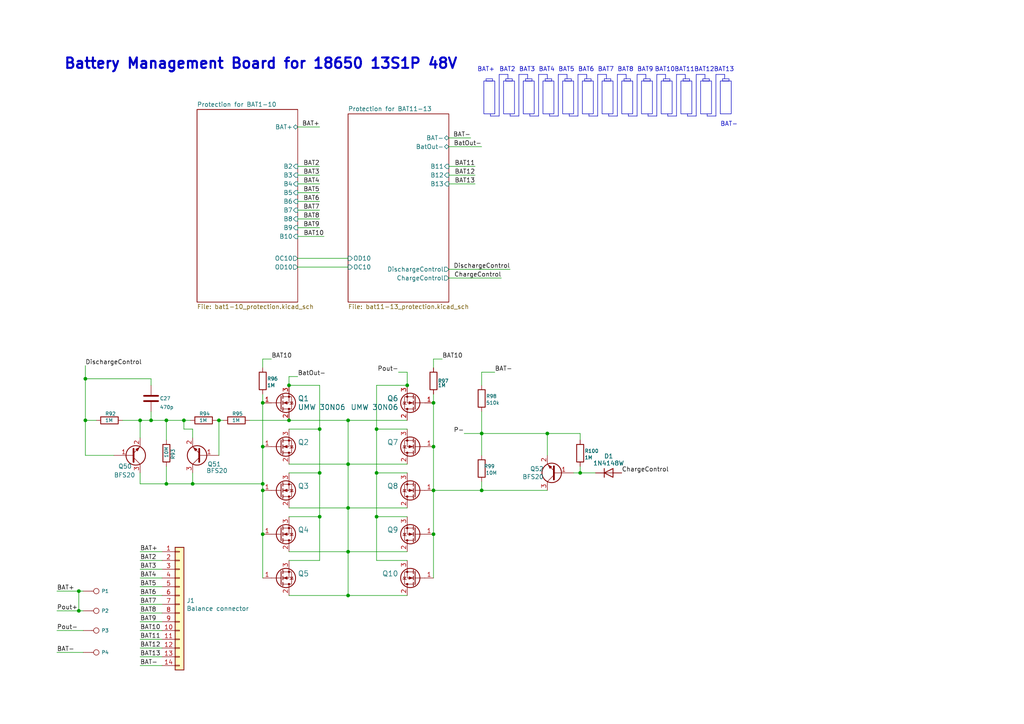
<source format=kicad_sch>
(kicad_sch (version 20230121) (generator eeschema)

  (uuid 6048e044-f0e2-4f4d-a5bc-5058c82d293f)

  (paper "A4")

  (lib_symbols
    (symbol "Connector_Generic:Conn_01x14" (pin_names (offset 1.016) hide) (in_bom yes) (on_board yes)
      (property "Reference" "J" (at 0 17.78 0)
        (effects (font (size 1.27 1.27)))
      )
      (property "Value" "Conn_01x14" (at 0 -20.32 0)
        (effects (font (size 1.27 1.27)))
      )
      (property "Footprint" "" (at 0 0 0)
        (effects (font (size 1.27 1.27)) hide)
      )
      (property "Datasheet" "~" (at 0 0 0)
        (effects (font (size 1.27 1.27)) hide)
      )
      (property "ki_keywords" "connector" (at 0 0 0)
        (effects (font (size 1.27 1.27)) hide)
      )
      (property "ki_description" "Generic connector, single row, 01x14, script generated (kicad-library-utils/schlib/autogen/connector/)" (at 0 0 0)
        (effects (font (size 1.27 1.27)) hide)
      )
      (property "ki_fp_filters" "Connector*:*_1x??_*" (at 0 0 0)
        (effects (font (size 1.27 1.27)) hide)
      )
      (symbol "Conn_01x14_1_1"
        (rectangle (start -1.27 -17.653) (end 0 -17.907)
          (stroke (width 0.1524) (type default))
          (fill (type none))
        )
        (rectangle (start -1.27 -15.113) (end 0 -15.367)
          (stroke (width 0.1524) (type default))
          (fill (type none))
        )
        (rectangle (start -1.27 -12.573) (end 0 -12.827)
          (stroke (width 0.1524) (type default))
          (fill (type none))
        )
        (rectangle (start -1.27 -10.033) (end 0 -10.287)
          (stroke (width 0.1524) (type default))
          (fill (type none))
        )
        (rectangle (start -1.27 -7.493) (end 0 -7.747)
          (stroke (width 0.1524) (type default))
          (fill (type none))
        )
        (rectangle (start -1.27 -4.953) (end 0 -5.207)
          (stroke (width 0.1524) (type default))
          (fill (type none))
        )
        (rectangle (start -1.27 -2.413) (end 0 -2.667)
          (stroke (width 0.1524) (type default))
          (fill (type none))
        )
        (rectangle (start -1.27 0.127) (end 0 -0.127)
          (stroke (width 0.1524) (type default))
          (fill (type none))
        )
        (rectangle (start -1.27 2.667) (end 0 2.413)
          (stroke (width 0.1524) (type default))
          (fill (type none))
        )
        (rectangle (start -1.27 5.207) (end 0 4.953)
          (stroke (width 0.1524) (type default))
          (fill (type none))
        )
        (rectangle (start -1.27 7.747) (end 0 7.493)
          (stroke (width 0.1524) (type default))
          (fill (type none))
        )
        (rectangle (start -1.27 10.287) (end 0 10.033)
          (stroke (width 0.1524) (type default))
          (fill (type none))
        )
        (rectangle (start -1.27 12.827) (end 0 12.573)
          (stroke (width 0.1524) (type default))
          (fill (type none))
        )
        (rectangle (start -1.27 15.367) (end 0 15.113)
          (stroke (width 0.1524) (type default))
          (fill (type none))
        )
        (rectangle (start -1.27 16.51) (end 1.27 -19.05)
          (stroke (width 0.254) (type default))
          (fill (type background))
        )
        (pin passive line (at -5.08 15.24 0) (length 3.81)
          (name "Pin_1" (effects (font (size 1.27 1.27))))
          (number "1" (effects (font (size 1.27 1.27))))
        )
        (pin passive line (at -5.08 -7.62 0) (length 3.81)
          (name "Pin_10" (effects (font (size 1.27 1.27))))
          (number "10" (effects (font (size 1.27 1.27))))
        )
        (pin passive line (at -5.08 -10.16 0) (length 3.81)
          (name "Pin_11" (effects (font (size 1.27 1.27))))
          (number "11" (effects (font (size 1.27 1.27))))
        )
        (pin passive line (at -5.08 -12.7 0) (length 3.81)
          (name "Pin_12" (effects (font (size 1.27 1.27))))
          (number "12" (effects (font (size 1.27 1.27))))
        )
        (pin passive line (at -5.08 -15.24 0) (length 3.81)
          (name "Pin_13" (effects (font (size 1.27 1.27))))
          (number "13" (effects (font (size 1.27 1.27))))
        )
        (pin passive line (at -5.08 -17.78 0) (length 3.81)
          (name "Pin_14" (effects (font (size 1.27 1.27))))
          (number "14" (effects (font (size 1.27 1.27))))
        )
        (pin passive line (at -5.08 12.7 0) (length 3.81)
          (name "Pin_2" (effects (font (size 1.27 1.27))))
          (number "2" (effects (font (size 1.27 1.27))))
        )
        (pin passive line (at -5.08 10.16 0) (length 3.81)
          (name "Pin_3" (effects (font (size 1.27 1.27))))
          (number "3" (effects (font (size 1.27 1.27))))
        )
        (pin passive line (at -5.08 7.62 0) (length 3.81)
          (name "Pin_4" (effects (font (size 1.27 1.27))))
          (number "4" (effects (font (size 1.27 1.27))))
        )
        (pin passive line (at -5.08 5.08 0) (length 3.81)
          (name "Pin_5" (effects (font (size 1.27 1.27))))
          (number "5" (effects (font (size 1.27 1.27))))
        )
        (pin passive line (at -5.08 2.54 0) (length 3.81)
          (name "Pin_6" (effects (font (size 1.27 1.27))))
          (number "6" (effects (font (size 1.27 1.27))))
        )
        (pin passive line (at -5.08 0 0) (length 3.81)
          (name "Pin_7" (effects (font (size 1.27 1.27))))
          (number "7" (effects (font (size 1.27 1.27))))
        )
        (pin passive line (at -5.08 -2.54 0) (length 3.81)
          (name "Pin_8" (effects (font (size 1.27 1.27))))
          (number "8" (effects (font (size 1.27 1.27))))
        )
        (pin passive line (at -5.08 -5.08 0) (length 3.81)
          (name "Pin_9" (effects (font (size 1.27 1.27))))
          (number "9" (effects (font (size 1.27 1.27))))
        )
      )
    )
    (symbol "Device:C" (pin_numbers hide) (pin_names (offset 0.254)) (in_bom yes) (on_board yes)
      (property "Reference" "C" (at 0.635 2.54 0)
        (effects (font (size 1.27 1.27)) (justify left))
      )
      (property "Value" "C" (at 0.635 -2.54 0)
        (effects (font (size 1.27 1.27)) (justify left))
      )
      (property "Footprint" "" (at 0.9652 -3.81 0)
        (effects (font (size 1.27 1.27)) hide)
      )
      (property "Datasheet" "~" (at 0 0 0)
        (effects (font (size 1.27 1.27)) hide)
      )
      (property "ki_keywords" "cap capacitor" (at 0 0 0)
        (effects (font (size 1.27 1.27)) hide)
      )
      (property "ki_description" "Unpolarized capacitor" (at 0 0 0)
        (effects (font (size 1.27 1.27)) hide)
      )
      (property "ki_fp_filters" "C_*" (at 0 0 0)
        (effects (font (size 1.27 1.27)) hide)
      )
      (symbol "C_0_1"
        (polyline
          (pts
            (xy -2.032 -0.762)
            (xy 2.032 -0.762)
          )
          (stroke (width 0.508) (type default))
          (fill (type none))
        )
        (polyline
          (pts
            (xy -2.032 0.762)
            (xy 2.032 0.762)
          )
          (stroke (width 0.508) (type default))
          (fill (type none))
        )
      )
      (symbol "C_1_1"
        (pin passive line (at 0 3.81 270) (length 2.794)
          (name "~" (effects (font (size 1.27 1.27))))
          (number "1" (effects (font (size 1.27 1.27))))
        )
        (pin passive line (at 0 -3.81 90) (length 2.794)
          (name "~" (effects (font (size 1.27 1.27))))
          (number "2" (effects (font (size 1.27 1.27))))
        )
      )
    )
    (symbol "Device:D" (pin_numbers hide) (pin_names (offset 1.016) hide) (in_bom yes) (on_board yes)
      (property "Reference" "D" (at 0 2.54 0)
        (effects (font (size 1.27 1.27)))
      )
      (property "Value" "D" (at 0 -2.54 0)
        (effects (font (size 1.27 1.27)))
      )
      (property "Footprint" "" (at 0 0 0)
        (effects (font (size 1.27 1.27)) hide)
      )
      (property "Datasheet" "~" (at 0 0 0)
        (effects (font (size 1.27 1.27)) hide)
      )
      (property "Sim.Device" "D" (at 0 0 0)
        (effects (font (size 1.27 1.27)) hide)
      )
      (property "Sim.Pins" "1=K 2=A" (at 0 0 0)
        (effects (font (size 1.27 1.27)) hide)
      )
      (property "ki_keywords" "diode" (at 0 0 0)
        (effects (font (size 1.27 1.27)) hide)
      )
      (property "ki_description" "Diode" (at 0 0 0)
        (effects (font (size 1.27 1.27)) hide)
      )
      (property "ki_fp_filters" "TO-???* *_Diode_* *SingleDiode* D_*" (at 0 0 0)
        (effects (font (size 1.27 1.27)) hide)
      )
      (symbol "D_0_1"
        (polyline
          (pts
            (xy -1.27 1.27)
            (xy -1.27 -1.27)
          )
          (stroke (width 0.254) (type default))
          (fill (type none))
        )
        (polyline
          (pts
            (xy 1.27 0)
            (xy -1.27 0)
          )
          (stroke (width 0) (type default))
          (fill (type none))
        )
        (polyline
          (pts
            (xy 1.27 1.27)
            (xy 1.27 -1.27)
            (xy -1.27 0)
            (xy 1.27 1.27)
          )
          (stroke (width 0.254) (type default))
          (fill (type none))
        )
      )
      (symbol "D_1_1"
        (pin passive line (at -3.81 0 0) (length 2.54)
          (name "K" (effects (font (size 1.27 1.27))))
          (number "1" (effects (font (size 1.27 1.27))))
        )
        (pin passive line (at 3.81 0 180) (length 2.54)
          (name "A" (effects (font (size 1.27 1.27))))
          (number "2" (effects (font (size 1.27 1.27))))
        )
      )
    )
    (symbol "Device:Q_NMOS_GDS" (pin_names (offset 0) hide) (in_bom yes) (on_board yes)
      (property "Reference" "Q" (at 5.08 1.27 0)
        (effects (font (size 1.27 1.27)) (justify left))
      )
      (property "Value" "Q_NMOS_GDS" (at 5.08 -1.27 0)
        (effects (font (size 1.27 1.27)) (justify left))
      )
      (property "Footprint" "" (at 5.08 2.54 0)
        (effects (font (size 1.27 1.27)) hide)
      )
      (property "Datasheet" "~" (at 0 0 0)
        (effects (font (size 1.27 1.27)) hide)
      )
      (property "ki_keywords" "transistor NMOS N-MOS N-MOSFET" (at 0 0 0)
        (effects (font (size 1.27 1.27)) hide)
      )
      (property "ki_description" "N-MOSFET transistor, gate/drain/source" (at 0 0 0)
        (effects (font (size 1.27 1.27)) hide)
      )
      (symbol "Q_NMOS_GDS_0_1"
        (polyline
          (pts
            (xy 0.254 0)
            (xy -2.54 0)
          )
          (stroke (width 0) (type default))
          (fill (type none))
        )
        (polyline
          (pts
            (xy 0.254 1.905)
            (xy 0.254 -1.905)
          )
          (stroke (width 0.254) (type default))
          (fill (type none))
        )
        (polyline
          (pts
            (xy 0.762 -1.27)
            (xy 0.762 -2.286)
          )
          (stroke (width 0.254) (type default))
          (fill (type none))
        )
        (polyline
          (pts
            (xy 0.762 0.508)
            (xy 0.762 -0.508)
          )
          (stroke (width 0.254) (type default))
          (fill (type none))
        )
        (polyline
          (pts
            (xy 0.762 2.286)
            (xy 0.762 1.27)
          )
          (stroke (width 0.254) (type default))
          (fill (type none))
        )
        (polyline
          (pts
            (xy 2.54 2.54)
            (xy 2.54 1.778)
          )
          (stroke (width 0) (type default))
          (fill (type none))
        )
        (polyline
          (pts
            (xy 2.54 -2.54)
            (xy 2.54 0)
            (xy 0.762 0)
          )
          (stroke (width 0) (type default))
          (fill (type none))
        )
        (polyline
          (pts
            (xy 0.762 -1.778)
            (xy 3.302 -1.778)
            (xy 3.302 1.778)
            (xy 0.762 1.778)
          )
          (stroke (width 0) (type default))
          (fill (type none))
        )
        (polyline
          (pts
            (xy 1.016 0)
            (xy 2.032 0.381)
            (xy 2.032 -0.381)
            (xy 1.016 0)
          )
          (stroke (width 0) (type default))
          (fill (type outline))
        )
        (polyline
          (pts
            (xy 2.794 0.508)
            (xy 2.921 0.381)
            (xy 3.683 0.381)
            (xy 3.81 0.254)
          )
          (stroke (width 0) (type default))
          (fill (type none))
        )
        (polyline
          (pts
            (xy 3.302 0.381)
            (xy 2.921 -0.254)
            (xy 3.683 -0.254)
            (xy 3.302 0.381)
          )
          (stroke (width 0) (type default))
          (fill (type none))
        )
        (circle (center 1.651 0) (radius 2.794)
          (stroke (width 0.254) (type default))
          (fill (type none))
        )
        (circle (center 2.54 -1.778) (radius 0.254)
          (stroke (width 0) (type default))
          (fill (type outline))
        )
        (circle (center 2.54 1.778) (radius 0.254)
          (stroke (width 0) (type default))
          (fill (type outline))
        )
      )
      (symbol "Q_NMOS_GDS_1_1"
        (pin input line (at -5.08 0 0) (length 2.54)
          (name "G" (effects (font (size 1.27 1.27))))
          (number "1" (effects (font (size 1.27 1.27))))
        )
        (pin passive line (at 2.54 5.08 270) (length 2.54)
          (name "D" (effects (font (size 1.27 1.27))))
          (number "2" (effects (font (size 1.27 1.27))))
        )
        (pin passive line (at 2.54 -5.08 90) (length 2.54)
          (name "S" (effects (font (size 1.27 1.27))))
          (number "3" (effects (font (size 1.27 1.27))))
        )
      )
    )
    (symbol "Device:Q_NPN_BEC" (pin_names (offset 0) hide) (in_bom yes) (on_board yes)
      (property "Reference" "Q" (at 5.08 1.27 0)
        (effects (font (size 1.27 1.27)) (justify left))
      )
      (property "Value" "Q_NPN_BEC" (at 5.08 -1.27 0)
        (effects (font (size 1.27 1.27)) (justify left))
      )
      (property "Footprint" "" (at 5.08 2.54 0)
        (effects (font (size 1.27 1.27)) hide)
      )
      (property "Datasheet" "~" (at 0 0 0)
        (effects (font (size 1.27 1.27)) hide)
      )
      (property "ki_keywords" "transistor NPN" (at 0 0 0)
        (effects (font (size 1.27 1.27)) hide)
      )
      (property "ki_description" "NPN transistor, base/emitter/collector" (at 0 0 0)
        (effects (font (size 1.27 1.27)) hide)
      )
      (symbol "Q_NPN_BEC_0_1"
        (polyline
          (pts
            (xy 0.635 0.635)
            (xy 2.54 2.54)
          )
          (stroke (width 0) (type default))
          (fill (type none))
        )
        (polyline
          (pts
            (xy 0.635 -0.635)
            (xy 2.54 -2.54)
            (xy 2.54 -2.54)
          )
          (stroke (width 0) (type default))
          (fill (type none))
        )
        (polyline
          (pts
            (xy 0.635 1.905)
            (xy 0.635 -1.905)
            (xy 0.635 -1.905)
          )
          (stroke (width 0.508) (type default))
          (fill (type none))
        )
        (polyline
          (pts
            (xy 1.27 -1.778)
            (xy 1.778 -1.27)
            (xy 2.286 -2.286)
            (xy 1.27 -1.778)
            (xy 1.27 -1.778)
          )
          (stroke (width 0) (type default))
          (fill (type outline))
        )
        (circle (center 1.27 0) (radius 2.8194)
          (stroke (width 0.254) (type default))
          (fill (type none))
        )
      )
      (symbol "Q_NPN_BEC_1_1"
        (pin input line (at -5.08 0 0) (length 5.715)
          (name "B" (effects (font (size 1.27 1.27))))
          (number "1" (effects (font (size 1.27 1.27))))
        )
        (pin passive line (at 2.54 -5.08 90) (length 2.54)
          (name "E" (effects (font (size 1.27 1.27))))
          (number "2" (effects (font (size 1.27 1.27))))
        )
        (pin passive line (at 2.54 5.08 270) (length 2.54)
          (name "C" (effects (font (size 1.27 1.27))))
          (number "3" (effects (font (size 1.27 1.27))))
        )
      )
    )
    (symbol "Device:R" (pin_numbers hide) (pin_names (offset 0)) (in_bom yes) (on_board yes)
      (property "Reference" "R" (at 2.032 0 90)
        (effects (font (size 1.27 1.27)))
      )
      (property "Value" "R" (at 0 0 90)
        (effects (font (size 1.27 1.27)))
      )
      (property "Footprint" "" (at -1.778 0 90)
        (effects (font (size 1.27 1.27)) hide)
      )
      (property "Datasheet" "~" (at 0 0 0)
        (effects (font (size 1.27 1.27)) hide)
      )
      (property "ki_keywords" "R res resistor" (at 0 0 0)
        (effects (font (size 1.27 1.27)) hide)
      )
      (property "ki_description" "Resistor" (at 0 0 0)
        (effects (font (size 1.27 1.27)) hide)
      )
      (property "ki_fp_filters" "R_*" (at 0 0 0)
        (effects (font (size 1.27 1.27)) hide)
      )
      (symbol "R_0_1"
        (rectangle (start -1.016 -2.54) (end 1.016 2.54)
          (stroke (width 0.254) (type default))
          (fill (type none))
        )
      )
      (symbol "R_1_1"
        (pin passive line (at 0 3.81 270) (length 1.27)
          (name "~" (effects (font (size 1.27 1.27))))
          (number "1" (effects (font (size 1.27 1.27))))
        )
        (pin passive line (at 0 -3.81 90) (length 1.27)
          (name "~" (effects (font (size 1.27 1.27))))
          (number "2" (effects (font (size 1.27 1.27))))
        )
      )
    )
    (symbol "common:CONN_1" (pin_numbers hide) (pin_names (offset 0.762) hide) (in_bom yes) (on_board yes)
      (property "Reference" "P" (at 2.032 0 0)
        (effects (font (size 1.016 1.016)) (justify left))
      )
      (property "Value" "CONN_1" (at 0 1.397 0)
        (effects (font (size 0.762 0.762)) hide)
      )
      (property "Footprint" "" (at 0 0 0)
        (effects (font (size 1.524 1.524)) hide)
      )
      (property "Datasheet" "" (at 0 0 0)
        (effects (font (size 1.524 1.524)) hide)
      )
      (symbol "CONN_1_0_1"
        (polyline
          (pts
            (xy -0.762 0)
            (xy -1.27 0)
          )
          (stroke (width 0) (type solid))
          (fill (type none))
        )
        (circle (center 0 0) (radius 0.7874)
          (stroke (width 0) (type solid))
          (fill (type none))
        )
      )
      (symbol "CONN_1_1_1"
        (pin passive line (at -3.81 0 0) (length 2.54)
          (name "1" (effects (font (size 1.524 1.524))))
          (number "1" (effects (font (size 1.524 1.524))))
        )
      )
    )
  )

  (junction (at 76.2 140.335) (diameter 0) (color 0 0 0 0)
    (uuid 02224570-f2af-45ad-b38d-9dcf36084511)
  )
  (junction (at 24.765 121.92) (diameter 0) (color 0 0 0 0)
    (uuid 06e58def-b717-4c0c-b8a9-52f09b98b35e)
  )
  (junction (at 43.815 121.92) (diameter 0) (color 0 0 0 0)
    (uuid 1fb2c124-370d-4822-8dec-c8372e1d2c6a)
  )
  (junction (at 125.73 154.94) (diameter 0) (color 0 0 0 0)
    (uuid 268eab55-bbb4-475b-b9ee-054209a00294)
  )
  (junction (at 48.26 140.335) (diameter 0) (color 0 0 0 0)
    (uuid 29a566d9-8ba3-4e22-b1b5-f41e79da1ba6)
  )
  (junction (at 92.71 124.46) (diameter 0) (color 0 0 0 0)
    (uuid 2d2e7ef7-ec45-44b2-8211-a4d29de8ad14)
  )
  (junction (at 92.71 137.16) (diameter 0) (color 0 0 0 0)
    (uuid 40e90145-092b-4455-b727-e1e7b75d6ff4)
  )
  (junction (at 53.34 121.92) (diameter 0) (color 0 0 0 0)
    (uuid 413635b4-8324-4cc3-97dc-a9ce3cfb27ea)
  )
  (junction (at 92.71 149.86) (diameter 0) (color 0 0 0 0)
    (uuid 414a1bf3-cfba-4b36-b129-f9104e1d4ee8)
  )
  (junction (at 76.2 116.84) (diameter 0) (color 0 0 0 0)
    (uuid 42f2e73f-e1b8-40a6-aade-26f5f8e00e36)
  )
  (junction (at 63.5 121.92) (diameter 0) (color 0 0 0 0)
    (uuid 42fc220a-b8e2-49af-98f0-37553fbbac0e)
  )
  (junction (at 24.765 109.855) (diameter 0) (color 0 0 0 0)
    (uuid 44ab5796-026d-4243-9afa-1a3f43a100c8)
  )
  (junction (at 125.73 129.54) (diameter 0) (color 0 0 0 0)
    (uuid 4cfda1c9-232e-4ec1-ae6e-6eba6bb426f9)
  )
  (junction (at 109.22 149.86) (diameter 0) (color 0 0 0 0)
    (uuid 4fb7b28a-09d6-4c99-842c-5d29abbc811f)
  )
  (junction (at 100.965 147.32) (diameter 0) (color 0 0 0 0)
    (uuid 533b4626-e7f6-4c0c-acc9-990c8167a7c1)
  )
  (junction (at 100.965 121.92) (diameter 0) (color 0 0 0 0)
    (uuid 6517d3cc-c2de-462c-9230-2c6f4401ab39)
  )
  (junction (at 139.7 142.24) (diameter 0) (color 0 0 0 0)
    (uuid 6971d550-8a10-4a81-b4d0-1b33c80bca9f)
  )
  (junction (at 100.965 134.62) (diameter 0) (color 0 0 0 0)
    (uuid 73738995-5458-4ca3-b1ea-acffa26e14fe)
  )
  (junction (at 109.22 124.46) (diameter 0) (color 0 0 0 0)
    (uuid 7701c69a-445c-4504-bb38-8216704c83ea)
  )
  (junction (at 83.82 121.92) (diameter 0) (color 0 0 0 0)
    (uuid 7df3410d-4d00-417a-8ae5-0edbb8e27bb5)
  )
  (junction (at 158.75 125.73) (diameter 0) (color 0 0 0 0)
    (uuid 87f8ff66-1ed4-49ff-8c0a-8154e47f23b9)
  )
  (junction (at 83.82 111.76) (diameter 0) (color 0 0 0 0)
    (uuid 8d8d4967-c0bb-4f54-ae72-20af04569f01)
  )
  (junction (at 76.2 142.24) (diameter 0) (color 0 0 0 0)
    (uuid 9aa9482d-b3ef-4268-bf91-3933013655be)
  )
  (junction (at 125.73 142.24) (diameter 0) (color 0 0 0 0)
    (uuid 9ea4a7c4-f2db-40bf-ac9f-e3085fa83d8c)
  )
  (junction (at 55.88 140.335) (diameter 0) (color 0 0 0 0)
    (uuid a0b4ca6a-7251-4de0-a64b-595ad8f41cf1)
  )
  (junction (at 48.26 121.92) (diameter 0) (color 0 0 0 0)
    (uuid a288aec9-22b6-43e8-bbe4-d75a836faba0)
  )
  (junction (at 22.86 171.45) (diameter 0) (color 0 0 0 0)
    (uuid b2b3aae6-efe6-433f-88d7-3805b57898c2)
  )
  (junction (at 76.2 129.54) (diameter 0) (color 0 0 0 0)
    (uuid bc30b3e0-9a9e-4ce3-8ae2-12918c103ad0)
  )
  (junction (at 125.73 116.84) (diameter 0) (color 0 0 0 0)
    (uuid d188a0b5-f548-4a6a-abfc-cb74b165e906)
  )
  (junction (at 168.275 137.16) (diameter 0) (color 0 0 0 0)
    (uuid d3a9fdd5-b2df-4bb3-9b98-f24aa419f330)
  )
  (junction (at 40.64 121.92) (diameter 0) (color 0 0 0 0)
    (uuid d76fda4c-8aef-48b8-8ea2-cea3327b29f9)
  )
  (junction (at 100.965 172.72) (diameter 0) (color 0 0 0 0)
    (uuid d7da98d1-762e-413b-9960-51670d763a10)
  )
  (junction (at 109.22 137.16) (diameter 0) (color 0 0 0 0)
    (uuid dee7a961-fd73-4799-8aca-8fb9914d28ab)
  )
  (junction (at 100.965 160.02) (diameter 0) (color 0 0 0 0)
    (uuid f265f2b0-46e7-46a6-a366-5ab1eab575b8)
  )
  (junction (at 118.11 111.76) (diameter 0) (color 0 0 0 0)
    (uuid f3d8552d-0887-48f9-a835-5d21abb521d1)
  )
  (junction (at 22.86 177.165) (diameter 0) (color 0 0 0 0)
    (uuid f7623f4a-706a-4a5f-a559-ac17792c9fe1)
  )
  (junction (at 76.2 154.94) (diameter 0) (color 0 0 0 0)
    (uuid f9fe5153-f477-4c84-b1a7-6f8e609a0459)
  )
  (junction (at 139.7 125.73) (diameter 0) (color 0 0 0 0)
    (uuid fcb52320-e3ce-4674-9d35-d70e5eb0a46a)
  )

  (wire (pts (xy 55.88 127) (xy 55.88 124.46))
    (stroke (width 0) (type default))
    (uuid 001f4686-64b7-41be-b4bc-ec6f5ca73bb1)
  )
  (wire (pts (xy 40.64 121.92) (xy 43.815 121.92))
    (stroke (width 0) (type default))
    (uuid 051de6cc-0829-4a9f-a558-0de68d4cd369)
  )
  (wire (pts (xy 100.965 160.02) (xy 118.11 160.02))
    (stroke (width 0) (type default))
    (uuid 0633ebfb-409d-4489-8e6b-667c3721f5b3)
  )
  (wire (pts (xy 40.64 180.34) (xy 46.99 180.34))
    (stroke (width 0) (type default))
    (uuid 06c9be6f-7094-4ed0-8636-07b0f14c7a54)
  )
  (polyline (pts (xy 198.755 21.59) (xy 198.755 22.86))
    (stroke (width 0) (type default))
    (uuid 08699ad6-e79c-4e38-a0fc-48174f22e546)
  )

  (wire (pts (xy 100.965 121.92) (xy 83.82 121.92))
    (stroke (width 0) (type default))
    (uuid 0ba17682-3091-4328-87ed-5c0f0e5f100f)
  )
  (polyline (pts (xy 187.96 33.655) (xy 190.5 33.655))
    (stroke (width 0) (type default))
    (uuid 0bfeb6d4-92a0-458c-9e74-d2f061cef393)
  )

  (wire (pts (xy 24.13 171.45) (xy 22.86 171.45))
    (stroke (width 0) (type default))
    (uuid 0c42ca96-b52c-4076-a59b-0e1ec9c007ed)
  )
  (polyline (pts (xy 179.07 21.59) (xy 181.61 21.59))
    (stroke (width 0) (type default))
    (uuid 0c51daac-d258-4ea0-8a5c-844c9ca5566b)
  )

  (wire (pts (xy 139.7 119.38) (xy 139.7 125.73))
    (stroke (width 0) (type default))
    (uuid 0cb1d262-a2a5-4cc7-8935-3ec786abc0b6)
  )
  (wire (pts (xy 48.26 135.255) (xy 48.26 140.335))
    (stroke (width 0) (type default))
    (uuid 0cdb9bfa-15b2-45c9-94c0-ea417d67b979)
  )
  (polyline (pts (xy 193.04 21.59) (xy 193.04 22.86))
    (stroke (width 0) (type default))
    (uuid 0d25f348-bbca-447a-b5bf-013f9640d17e)
  )

  (wire (pts (xy 40.64 137.16) (xy 40.64 140.335))
    (stroke (width 0) (type default))
    (uuid 0eb2dfd2-8678-4a45-bf65-f406712f91ad)
  )
  (wire (pts (xy 72.39 121.92) (xy 83.82 121.92))
    (stroke (width 0) (type default))
    (uuid 1059ee4c-6079-497a-8c08-77d18492f4f0)
  )
  (polyline (pts (xy 199.39 33.655) (xy 201.93 33.655))
    (stroke (width 0) (type default))
    (uuid 11bf5a63-9df0-4552-b2ea-c843d68c64e8)
  )

  (wire (pts (xy 139.7 42.545) (xy 130.175 42.545))
    (stroke (width 0) (type default))
    (uuid 153e62e9-5607-4ad0-8cdb-cd516071fd59)
  )
  (wire (pts (xy 55.88 124.46) (xy 53.34 124.46))
    (stroke (width 0) (type default))
    (uuid 1641003d-975e-4a70-8ee0-e7d9ad8281dc)
  )
  (polyline (pts (xy 144.78 33.655) (xy 144.78 21.59))
    (stroke (width 0) (type default))
    (uuid 16ccf21b-77fe-4356-b72d-61b65df31f73)
  )

  (wire (pts (xy 76.2 114.3) (xy 76.2 116.84))
    (stroke (width 0) (type default))
    (uuid 175471c7-a742-4689-9d46-10d12ebf4213)
  )
  (wire (pts (xy 86.36 74.93) (xy 100.965 74.93))
    (stroke (width 0) (type default))
    (uuid 19465cce-ddfb-4c87-a03e-8e99418c64a7)
  )
  (wire (pts (xy 40.64 162.56) (xy 46.99 162.56))
    (stroke (width 0) (type default))
    (uuid 1aca798c-31dc-4a90-a66e-15d456246aab)
  )
  (polyline (pts (xy 175.895 21.59) (xy 175.895 22.86))
    (stroke (width 0) (type default))
    (uuid 1b045ac6-5e6b-4611-a694-c0390b32580e)
  )
  (polyline (pts (xy 196.215 21.59) (xy 198.755 21.59))
    (stroke (width 0) (type default))
    (uuid 1c5b55b6-56fc-4606-abc0-4a4a3b93f6d7)
  )

  (wire (pts (xy 100.965 147.32) (xy 100.965 160.02))
    (stroke (width 0) (type default))
    (uuid 1dda4fe6-8a29-4d54-87ea-5de567a06a58)
  )
  (wire (pts (xy 109.22 111.76) (xy 109.22 124.46))
    (stroke (width 0) (type default))
    (uuid 20d27f2d-e187-43ca-8df6-511571d0c731)
  )
  (wire (pts (xy 118.11 107.95) (xy 118.11 111.76))
    (stroke (width 0) (type default))
    (uuid 2145ee8d-8514-4f8b-818c-62e874b53650)
  )
  (polyline (pts (xy 181.61 21.59) (xy 181.61 22.86))
    (stroke (width 0) (type default))
    (uuid 2242b7e5-3125-4719-8f94-ff74805b2fb0)
  )

  (wire (pts (xy 92.71 66.04) (xy 86.36 66.04))
    (stroke (width 0) (type default))
    (uuid 23154f14-b0fd-438a-9759-4fe34d262e39)
  )
  (wire (pts (xy 48.26 121.92) (xy 48.26 127.635))
    (stroke (width 0) (type default))
    (uuid 2524dc12-47b0-43b7-a2f2-d24a7112384b)
  )
  (polyline (pts (xy 179.07 33.655) (xy 179.07 21.59))
    (stroke (width 0) (type default))
    (uuid 2690372e-0b66-42c7-b66a-af197d2c0e2c)
  )

  (wire (pts (xy 130.175 53.34) (xy 137.795 53.34))
    (stroke (width 0) (type default))
    (uuid 2749a61a-2a86-436c-b13e-5b6a60bf6154)
  )
  (wire (pts (xy 86.36 50.8) (xy 92.71 50.8))
    (stroke (width 0) (type default))
    (uuid 2802842b-2d69-4542-b34f-1bd283ffb6bb)
  )
  (wire (pts (xy 109.22 137.16) (xy 109.22 149.86))
    (stroke (width 0) (type default))
    (uuid 28c76715-450c-4130-87dc-9c9e2ab3ced1)
  )
  (wire (pts (xy 22.86 171.45) (xy 22.86 177.165))
    (stroke (width 0) (type default))
    (uuid 29405386-dbd7-49bd-93ac-a270be88938a)
  )
  (wire (pts (xy 76.2 154.94) (xy 76.2 167.64))
    (stroke (width 0) (type default))
    (uuid 2b825fba-a41c-4d11-81a9-0c214e262e00)
  )
  (wire (pts (xy 40.64 187.96) (xy 46.99 187.96))
    (stroke (width 0) (type default))
    (uuid 2c28686f-df5e-4d26-a780-7cef946eec0c)
  )
  (wire (pts (xy 83.82 109.22) (xy 83.82 111.76))
    (stroke (width 0) (type default))
    (uuid 2c4e5ce0-d8b0-4c4f-ba3e-79cac5f3ea3b)
  )
  (wire (pts (xy 16.51 182.88) (xy 24.13 182.88))
    (stroke (width 0) (type default))
    (uuid 2df640c1-1d8c-4206-83f3-36dc38c312c4)
  )
  (polyline (pts (xy 187.325 21.59) (xy 187.325 22.86))
    (stroke (width 0) (type default))
    (uuid 33dd8bd3-c0b9-47de-80f1-0bdf212707d0)
  )

  (wire (pts (xy 40.64 177.8) (xy 46.99 177.8))
    (stroke (width 0) (type default))
    (uuid 33f2cd3b-942d-4614-a2e1-7d03cffd1eed)
  )
  (wire (pts (xy 40.64 175.26) (xy 46.99 175.26))
    (stroke (width 0) (type default))
    (uuid 35ae54ab-3453-4318-9c7f-a7049b52d7f6)
  )
  (wire (pts (xy 139.7 125.73) (xy 139.7 132.08))
    (stroke (width 0) (type default))
    (uuid 36700a04-b633-45cc-ad4f-29b7c02c7926)
  )
  (wire (pts (xy 27.94 121.92) (xy 24.765 121.92))
    (stroke (width 0) (type default))
    (uuid 36fea951-0fd2-457c-9e83-61af9eb39f2d)
  )
  (wire (pts (xy 83.82 147.32) (xy 100.965 147.32))
    (stroke (width 0) (type default))
    (uuid 3b6c8f0f-d84b-4daa-bec5-f7c171cdd1d6)
  )
  (polyline (pts (xy 201.93 21.59) (xy 204.47 21.59))
    (stroke (width 0) (type default))
    (uuid 3d937ea1-28db-4b8f-a4c6-77d48ab28e61)
  )
  (polyline (pts (xy 150.495 33.655) (xy 150.495 21.59))
    (stroke (width 0) (type default))
    (uuid 4019e078-d659-4a04-84cc-8a02a95c8d8e)
  )
  (polyline (pts (xy 173.355 33.655) (xy 173.355 21.59))
    (stroke (width 0) (type default))
    (uuid 40637ced-712e-4f67-a360-6ea334e6b2df)
  )
  (polyline (pts (xy 187.96 33.02) (xy 187.96 33.655))
    (stroke (width 0) (type default))
    (uuid 40e4fcf4-b3ef-4114-b1a1-9098c74e9c9c)
  )

  (wire (pts (xy 125.73 142.24) (xy 139.7 142.24))
    (stroke (width 0) (type default))
    (uuid 41745d4d-1bcd-4d13-9613-7a814cd756a4)
  )
  (wire (pts (xy 76.2 140.335) (xy 76.2 142.24))
    (stroke (width 0) (type default))
    (uuid 42db90a0-8ad9-4480-ace8-1209942ff781)
  )
  (polyline (pts (xy 156.21 33.655) (xy 156.21 21.59))
    (stroke (width 0) (type default))
    (uuid 4623fcd9-92c9-4c11-8b64-97c4d2a99924)
  )

  (wire (pts (xy 130.175 80.645) (xy 145.415 80.645))
    (stroke (width 0) (type default))
    (uuid 47a2743a-c8a9-4deb-ba42-d0d1a25faaaf)
  )
  (wire (pts (xy 109.22 162.56) (xy 118.11 162.56))
    (stroke (width 0) (type default))
    (uuid 49613f3c-cf4c-4c40-a757-5e717429c626)
  )
  (wire (pts (xy 40.64 193.04) (xy 46.99 193.04))
    (stroke (width 0) (type default))
    (uuid 4bc73a93-597e-4392-bcda-f9f168040c4d)
  )
  (wire (pts (xy 109.22 149.86) (xy 118.11 149.86))
    (stroke (width 0) (type default))
    (uuid 4d54534a-a610-423a-941c-425b44bbe6e2)
  )
  (wire (pts (xy 92.71 60.96) (xy 86.36 60.96))
    (stroke (width 0) (type default))
    (uuid 4e84e1b5-6322-4f92-b4a4-03e0e60119b7)
  )
  (wire (pts (xy 130.175 48.26) (xy 137.795 48.26))
    (stroke (width 0) (type default))
    (uuid 50642f30-ad52-4206-b879-bcade9a51d8a)
  )
  (wire (pts (xy 24.765 109.855) (xy 24.765 121.92))
    (stroke (width 0) (type default))
    (uuid 51218cb6-b9eb-4be1-a3de-da5ae177f7b0)
  )
  (wire (pts (xy 92.71 162.56) (xy 83.82 162.56))
    (stroke (width 0) (type default))
    (uuid 544a98c5-be27-4efe-92b5-dcb1265574e1)
  )
  (wire (pts (xy 43.815 111.76) (xy 43.815 109.855))
    (stroke (width 0) (type default))
    (uuid 551771e3-335c-411c-b3d3-3471c5175e99)
  )
  (wire (pts (xy 76.2 104.14) (xy 76.2 106.68))
    (stroke (width 0) (type default))
    (uuid 57ad142a-0750-4c64-9276-b769e154d704)
  )
  (polyline (pts (xy 204.47 21.59) (xy 204.47 22.86))
    (stroke (width 0) (type default))
    (uuid 593874de-0de1-4ed4-818a-027bb3ee74c9)
  )

  (wire (pts (xy 46.99 170.18) (xy 40.64 170.18))
    (stroke (width 0) (type default))
    (uuid 5ab690d0-1c07-4bae-992d-3566fa7bae63)
  )
  (polyline (pts (xy 173.355 21.59) (xy 175.895 21.59))
    (stroke (width 0) (type default))
    (uuid 5bd54b52-4d5a-44ae-a598-46e3cb8736fe)
  )

  (wire (pts (xy 92.71 53.34) (xy 86.36 53.34))
    (stroke (width 0) (type default))
    (uuid 5c7c95c1-a175-4be5-abb9-c9811883fb14)
  )
  (polyline (pts (xy 184.785 33.655) (xy 184.785 21.59))
    (stroke (width 0) (type default))
    (uuid 5c8d7a8e-dc73-47a6-ac09-b1372766d6c2)
  )

  (wire (pts (xy 92.71 36.83) (xy 86.36 36.83))
    (stroke (width 0) (type default))
    (uuid 5d5ab1e6-6419-4fa4-b1f4-30c97b695fad)
  )
  (polyline (pts (xy 147.955 33.02) (xy 147.955 33.655))
    (stroke (width 0) (type default))
    (uuid 60e34d68-1a25-44a9-ad87-fb39c147e7e5)
  )
  (polyline (pts (xy 165.1 33.02) (xy 165.1 33.655))
    (stroke (width 0) (type default))
    (uuid 6104584f-7195-405c-a89c-ed43f9aa3e75)
  )

  (wire (pts (xy 125.73 154.94) (xy 125.73 167.64))
    (stroke (width 0) (type default))
    (uuid 633ee50c-c1e3-415a-8cf8-7e06351e20cb)
  )
  (wire (pts (xy 139.7 107.95) (xy 139.7 111.76))
    (stroke (width 0) (type default))
    (uuid 651d6b51-e706-4328-8a0c-00c208758d32)
  )
  (polyline (pts (xy 207.645 21.59) (xy 210.185 21.59))
    (stroke (width 0) (type default))
    (uuid 65bc88eb-d366-491b-8719-a1ffb47d67b5)
  )

  (wire (pts (xy 48.26 140.335) (xy 55.88 140.335))
    (stroke (width 0) (type default))
    (uuid 66a96f0f-8506-4a2e-9a43-64d3760372e7)
  )
  (polyline (pts (xy 161.925 21.59) (xy 164.465 21.59))
    (stroke (width 0) (type default))
    (uuid 67681886-7092-45db-9442-dbb8aeecd140)
  )

  (wire (pts (xy 35.56 121.92) (xy 40.64 121.92))
    (stroke (width 0) (type default))
    (uuid 68e64adb-6aac-4f56-9ffb-6fd5cb4fb242)
  )
  (wire (pts (xy 92.71 58.42) (xy 86.36 58.42))
    (stroke (width 0) (type default))
    (uuid 68f500cc-a4c3-4fbd-8fdd-a2c6b6217bf0)
  )
  (polyline (pts (xy 165.1 33.655) (xy 167.64 33.655))
    (stroke (width 0) (type default))
    (uuid 69520cad-e9e1-4886-b794-e6cb9b9268b3)
  )

  (wire (pts (xy 76.2 104.14) (xy 78.74 104.14))
    (stroke (width 0) (type default))
    (uuid 6c0b5cd9-88e2-4fdc-821e-055cc85d30af)
  )
  (wire (pts (xy 55.88 137.16) (xy 55.88 140.335))
    (stroke (width 0) (type default))
    (uuid 6c640c47-09d7-46b3-93ce-9a53cb5c91f9)
  )
  (wire (pts (xy 40.64 185.42) (xy 46.99 185.42))
    (stroke (width 0) (type default))
    (uuid 6ed6e2fe-855c-456d-a75d-41e0435addd2)
  )
  (wire (pts (xy 100.965 134.62) (xy 100.965 147.32))
    (stroke (width 0) (type default))
    (uuid 6ee142ec-4860-4429-8f63-a0ef2ab37a74)
  )
  (polyline (pts (xy 210.185 21.59) (xy 210.185 22.86))
    (stroke (width 0) (type default))
    (uuid 6f0c3c44-e682-4d5f-beb2-6e7773c7e0c0)
  )

  (wire (pts (xy 53.34 124.46) (xy 53.34 121.92))
    (stroke (width 0) (type default))
    (uuid 6f7b8067-7b8e-4675-bdb1-f613a47e553f)
  )
  (wire (pts (xy 139.7 125.73) (xy 158.75 125.73))
    (stroke (width 0) (type default))
    (uuid 704346d5-607d-4749-a28e-94d9fa44287e)
  )
  (wire (pts (xy 130.175 78.105) (xy 147.955 78.105))
    (stroke (width 0) (type default))
    (uuid 7112cad0-57de-40b1-8420-fff82a7a6036)
  )
  (wire (pts (xy 24.765 132.08) (xy 33.02 132.08))
    (stroke (width 0) (type default))
    (uuid 7131ad38-a8eb-4ff4-a8c8-a928c83ca0ce)
  )
  (polyline (pts (xy 153.67 33.02) (xy 153.67 33.655))
    (stroke (width 0) (type default))
    (uuid 728ecca7-7503-4fd4-9410-7ddb05c9fd44)
  )

  (wire (pts (xy 53.34 121.92) (xy 55.245 121.92))
    (stroke (width 0) (type default))
    (uuid 73da0edf-930f-4d4d-8dc1-5ce4a123f119)
  )
  (wire (pts (xy 125.73 104.14) (xy 125.73 106.68))
    (stroke (width 0) (type default))
    (uuid 7602c2dd-620d-4bf1-b221-597f44926a5e)
  )
  (wire (pts (xy 24.765 106.045) (xy 24.765 109.855))
    (stroke (width 0) (type default))
    (uuid 77ce7312-c5c1-462d-9b20-2311c4c20227)
  )
  (polyline (pts (xy 182.245 33.655) (xy 184.785 33.655))
    (stroke (width 0) (type default))
    (uuid 79639740-989b-4f90-9a7a-622de32c9270)
  )
  (polyline (pts (xy 147.955 33.655) (xy 150.495 33.655))
    (stroke (width 0) (type default))
    (uuid 7a61ad12-a405-455c-a354-41870dab4bfd)
  )

  (wire (pts (xy 134.62 125.73) (xy 139.7 125.73))
    (stroke (width 0) (type default))
    (uuid 7a73ac55-47c1-4f41-953f-3eaf4a70baf8)
  )
  (wire (pts (xy 92.71 124.46) (xy 92.71 137.16))
    (stroke (width 0) (type default))
    (uuid 7bc62a4c-d017-4771-9194-607872482af3)
  )
  (wire (pts (xy 158.75 125.73) (xy 158.75 132.08))
    (stroke (width 0) (type default))
    (uuid 7e369188-8053-4dc9-96b6-14d8495c7aa7)
  )
  (polyline (pts (xy 142.24 33.655) (xy 144.78 33.655))
    (stroke (width 0) (type default))
    (uuid 7eeb0b31-ad1d-481f-8d4b-b5b8c0bb435f)
  )

  (wire (pts (xy 92.71 111.76) (xy 92.71 124.46))
    (stroke (width 0) (type default))
    (uuid 800d311c-0aa4-4d25-85d3-10291e8f0d54)
  )
  (wire (pts (xy 62.865 121.92) (xy 63.5 121.92))
    (stroke (width 0) (type default))
    (uuid 81d12357-b7a5-40b2-aa91-2abeccd605ad)
  )
  (wire (pts (xy 83.82 109.22) (xy 86.36 109.22))
    (stroke (width 0) (type default))
    (uuid 857135f4-0311-4f39-abbb-07a252764077)
  )
  (wire (pts (xy 139.7 142.24) (xy 158.75 142.24))
    (stroke (width 0) (type default))
    (uuid 8652a846-bca7-4699-a4cf-ecdc50df43f1)
  )
  (polyline (pts (xy 159.385 33.02) (xy 159.385 33.655))
    (stroke (width 0) (type default))
    (uuid 86f1b210-ee76-4e8c-a438-2c24ed22ab69)
  )

  (wire (pts (xy 125.73 104.14) (xy 128.27 104.14))
    (stroke (width 0) (type default))
    (uuid 87058754-3654-496d-a3c3-53adfa9be6d2)
  )
  (polyline (pts (xy 182.245 33.02) (xy 182.245 33.655))
    (stroke (width 0) (type default))
    (uuid 8a84c770-2097-4c0a-8310-99b63e768000)
  )

  (wire (pts (xy 46.99 165.1) (xy 40.64 165.1))
    (stroke (width 0) (type default))
    (uuid 8b4f1903-005a-4b7b-8b32-fafe557b030b)
  )
  (wire (pts (xy 16.51 189.23) (xy 24.13 189.23))
    (stroke (width 0) (type default))
    (uuid 8cd23c0f-c623-4504-a82c-51ee0be513f2)
  )
  (polyline (pts (xy 153.035 21.59) (xy 153.035 22.86))
    (stroke (width 0) (type default))
    (uuid 8dd95534-b1d8-4a55-b5de-d946c4a88165)
  )
  (polyline (pts (xy 170.18 21.59) (xy 170.18 22.86))
    (stroke (width 0) (type default))
    (uuid 90fda6d4-195b-49b7-a92c-08ea40fc0a55)
  )

  (wire (pts (xy 168.275 135.255) (xy 168.275 137.16))
    (stroke (width 0) (type default))
    (uuid 913d7013-0a06-4e88-bbbc-bcd7fa6a63ad)
  )
  (wire (pts (xy 168.275 127.635) (xy 168.275 125.73))
    (stroke (width 0) (type default))
    (uuid 9248f234-4843-4869-a05e-74b8a6a42756)
  )
  (polyline (pts (xy 190.5 33.655) (xy 190.5 21.59))
    (stroke (width 0) (type default))
    (uuid 92d564a8-4351-43d9-97af-da07ca4bf169)
  )

  (wire (pts (xy 93.98 68.58) (xy 86.36 68.58))
    (stroke (width 0) (type default))
    (uuid 92e39fef-3f5e-4224-bc0c-d3eb06f14a59)
  )
  (polyline (pts (xy 196.215 33.655) (xy 196.215 21.59))
    (stroke (width 0) (type default))
    (uuid 93a833d6-fb2c-4045-985c-a2228b42a9dd)
  )

  (wire (pts (xy 109.22 137.16) (xy 118.11 137.16))
    (stroke (width 0) (type default))
    (uuid 9673d189-fa15-40dc-b5a6-81cf52a77af2)
  )
  (polyline (pts (xy 144.78 21.59) (xy 147.32 21.59))
    (stroke (width 0) (type default))
    (uuid 97b3d2a3-5a97-45ef-80c1-a2d70990835a)
  )
  (polyline (pts (xy 159.385 33.655) (xy 161.925 33.655))
    (stroke (width 0) (type default))
    (uuid 98c15b78-a1be-43b0-880d-aaa3b334744f)
  )

  (wire (pts (xy 100.965 160.02) (xy 100.965 172.72))
    (stroke (width 0) (type default))
    (uuid 9ad46a68-f581-4912-a2c0-f9ff93dfb090)
  )
  (wire (pts (xy 43.815 109.855) (xy 24.765 109.855))
    (stroke (width 0) (type default))
    (uuid 9bc1b545-a78e-4a2e-a89f-3ed073f8f2a3)
  )
  (polyline (pts (xy 147.32 21.59) (xy 147.32 22.86))
    (stroke (width 0) (type default))
    (uuid 9c12e64c-f341-4743-a440-1494ca4b0bc0)
  )

  (wire (pts (xy 40.64 182.88) (xy 46.99 182.88))
    (stroke (width 0) (type default))
    (uuid 9e06cec0-24fe-43c6-b6dc-0f3e92ea9723)
  )
  (polyline (pts (xy 199.39 33.02) (xy 199.39 33.655))
    (stroke (width 0) (type default))
    (uuid a05e4c67-1b08-4b2d-803a-02300277f219)
  )
  (polyline (pts (xy 205.105 33.655) (xy 207.645 33.655))
    (stroke (width 0) (type default))
    (uuid a75e896f-9db1-4e1a-8669-b01854a69c94)
  )

  (wire (pts (xy 92.71 149.86) (xy 83.82 149.86))
    (stroke (width 0) (type default))
    (uuid a7eaae89-e248-478d-8d2d-0a3545bd733f)
  )
  (wire (pts (xy 24.765 121.92) (xy 24.765 132.08))
    (stroke (width 0) (type default))
    (uuid a9d54826-bb56-41c3-bf92-e59bbdb4b5ec)
  )
  (wire (pts (xy 143.51 107.95) (xy 139.7 107.95))
    (stroke (width 0) (type default))
    (uuid ab5647c7-c2c8-4d7c-88d8-68f7e3ff6d25)
  )
  (wire (pts (xy 48.26 121.92) (xy 53.34 121.92))
    (stroke (width 0) (type default))
    (uuid ac96efed-5b70-45f5-9b03-f54291d86d0b)
  )
  (polyline (pts (xy 156.21 21.59) (xy 158.75 21.59))
    (stroke (width 0) (type default))
    (uuid af1f80d2-fdc3-49a1-9bdd-09ae3e194eae)
  )

  (wire (pts (xy 86.36 77.47) (xy 100.965 77.47))
    (stroke (width 0) (type default))
    (uuid b0b6f036-6c52-4b00-8283-998ec3f16ceb)
  )
  (wire (pts (xy 40.64 121.92) (xy 40.64 127))
    (stroke (width 0) (type default))
    (uuid b1e0042e-af2c-4b40-9ed0-cafb6d072568)
  )
  (wire (pts (xy 130.175 50.8) (xy 137.795 50.8))
    (stroke (width 0) (type default))
    (uuid b222f3f5-ddef-47e1-b212-e07af2e0297b)
  )
  (wire (pts (xy 63.5 121.92) (xy 64.77 121.92))
    (stroke (width 0) (type default))
    (uuid b2ddebb0-e5cf-47a5-b48c-9af62986342d)
  )
  (polyline (pts (xy 176.53 33.655) (xy 179.07 33.655))
    (stroke (width 0) (type default))
    (uuid b317786a-4e07-45c1-86a3-1f94caf8fd23)
  )

  (wire (pts (xy 16.51 177.165) (xy 22.86 177.165))
    (stroke (width 0) (type default))
    (uuid b322fa5b-1662-409a-90a2-4848018dc021)
  )
  (polyline (pts (xy 205.105 33.02) (xy 205.105 33.655))
    (stroke (width 0) (type default))
    (uuid b39b5410-3bd6-42b8-a73f-576f42e08f64)
  )

  (wire (pts (xy 22.86 177.165) (xy 24.13 177.165))
    (stroke (width 0) (type default))
    (uuid b50888a5-8c16-4138-82a0-39c860439ddc)
  )
  (wire (pts (xy 100.965 147.32) (xy 118.11 147.32))
    (stroke (width 0) (type default))
    (uuid b69be786-5451-4ea7-b2a4-bcdfd9c7229c)
  )
  (polyline (pts (xy 201.93 33.655) (xy 201.93 21.59))
    (stroke (width 0) (type default))
    (uuid b79534b4-b523-4d8f-b6a9-72aaba44bb79)
  )

  (wire (pts (xy 92.71 149.86) (xy 92.71 162.56))
    (stroke (width 0) (type default))
    (uuid b85bd39d-8163-4077-b5a2-cd069f395664)
  )
  (polyline (pts (xy 167.64 33.655) (xy 167.64 21.59))
    (stroke (width 0) (type default))
    (uuid b8bba4cf-0e2b-4166-9c81-375debe65edf)
  )

  (wire (pts (xy 125.73 114.3) (xy 125.73 116.84))
    (stroke (width 0) (type default))
    (uuid bc548948-c76d-4df9-9436-a2584fbbd58d)
  )
  (wire (pts (xy 83.82 134.62) (xy 100.965 134.62))
    (stroke (width 0) (type default))
    (uuid c396a7e6-a224-4ddb-a658-05e66720c75a)
  )
  (wire (pts (xy 83.82 111.76) (xy 92.71 111.76))
    (stroke (width 0) (type default))
    (uuid c4024772-9f5b-4753-9d4f-3010c2a7262a)
  )
  (wire (pts (xy 83.82 172.72) (xy 100.965 172.72))
    (stroke (width 0) (type default))
    (uuid c9caf420-acf4-418b-811f-e0d5ede257df)
  )
  (wire (pts (xy 130.175 40.005) (xy 136.525 40.005))
    (stroke (width 0) (type default))
    (uuid ca374ad0-ba56-4a02-b6fb-ca3e850c5f99)
  )
  (wire (pts (xy 115.57 107.95) (xy 118.11 107.95))
    (stroke (width 0) (type default))
    (uuid ca5d5baf-3754-4a1a-8d86-7e8b56a1b837)
  )
  (wire (pts (xy 100.965 121.92) (xy 118.11 121.92))
    (stroke (width 0) (type default))
    (uuid cccf1bd1-af4a-4552-9e80-b74bedbda84b)
  )
  (wire (pts (xy 63.5 121.92) (xy 63.5 132.08))
    (stroke (width 0) (type default))
    (uuid cce965e6-e550-477e-a8e4-91e94e342705)
  )
  (wire (pts (xy 166.37 137.16) (xy 168.275 137.16))
    (stroke (width 0) (type default))
    (uuid cd57ca57-2ac9-4570-a7f2-d0e0693add06)
  )
  (polyline (pts (xy 153.67 33.655) (xy 156.21 33.655))
    (stroke (width 0) (type default))
    (uuid cd8e6b10-2d33-4485-a62e-fb157158d5dc)
  )

  (wire (pts (xy 55.88 140.335) (xy 76.2 140.335))
    (stroke (width 0) (type default))
    (uuid ce2d5039-d72a-4df7-8f8f-5c5e824ff76f)
  )
  (polyline (pts (xy 167.64 21.59) (xy 170.18 21.59))
    (stroke (width 0) (type default))
    (uuid ce5d46ea-6fbd-43ee-9eba-725f2d544448)
  )

  (wire (pts (xy 92.71 48.26) (xy 86.36 48.26))
    (stroke (width 0) (type default))
    (uuid cef89e07-3e60-4e0b-8acc-7bcf8b77b7e6)
  )
  (wire (pts (xy 76.2 129.54) (xy 76.2 140.335))
    (stroke (width 0) (type default))
    (uuid d04690bd-1fee-4589-9fab-e87847bf0cdd)
  )
  (wire (pts (xy 43.815 119.38) (xy 43.815 121.92))
    (stroke (width 0) (type default))
    (uuid d05bab1f-b696-4661-b58d-aec544f6a330)
  )
  (wire (pts (xy 92.71 137.16) (xy 92.71 149.86))
    (stroke (width 0) (type default))
    (uuid d088c3a2-1143-4f4d-a58d-3b860d06149c)
  )
  (wire (pts (xy 40.64 190.5) (xy 46.99 190.5))
    (stroke (width 0) (type default))
    (uuid d3c2fc1c-c3c0-4e9d-b99d-0d087991d5d9)
  )
  (wire (pts (xy 109.22 149.86) (xy 109.22 162.56))
    (stroke (width 0) (type default))
    (uuid d42cce5c-ad8e-412e-a62b-4662a2bd2a0a)
  )
  (wire (pts (xy 40.64 140.335) (xy 48.26 140.335))
    (stroke (width 0) (type default))
    (uuid d4504b92-b398-4ae5-bd35-5c9cc0ca13b5)
  )
  (polyline (pts (xy 190.5 21.59) (xy 193.04 21.59))
    (stroke (width 0) (type default))
    (uuid d633ae0c-3401-45e5-86ac-07a3ba84691c)
  )

  (wire (pts (xy 22.86 171.45) (xy 16.51 171.45))
    (stroke (width 0) (type default))
    (uuid d670e741-4d76-4123-b983-b71df6cef5a0)
  )
  (wire (pts (xy 100.965 172.72) (xy 118.11 172.72))
    (stroke (width 0) (type default))
    (uuid d6ee02ff-c1e6-451f-a2bc-8a0cc7a676d3)
  )
  (wire (pts (xy 92.71 63.5) (xy 86.36 63.5))
    (stroke (width 0) (type default))
    (uuid d74e4451-856e-4976-97ed-f48a47291c6f)
  )
  (polyline (pts (xy 142.24 33.02) (xy 142.24 33.655))
    (stroke (width 0) (type default))
    (uuid d96c65dc-2db2-4f9f-8acd-265cff5ba5ef)
  )

  (wire (pts (xy 86.36 55.88) (xy 92.71 55.88))
    (stroke (width 0) (type default))
    (uuid d9972313-e563-41d1-89e2-f64db213e7ba)
  )
  (wire (pts (xy 40.64 172.72) (xy 46.99 172.72))
    (stroke (width 0) (type default))
    (uuid dd5c1dd5-a7fc-4450-b85d-2ec9ee0827cd)
  )
  (polyline (pts (xy 207.645 33.655) (xy 207.645 21.59))
    (stroke (width 0) (type default))
    (uuid df5a7ed1-9fc6-4c98-8bf3-67f705b866e7)
  )

  (wire (pts (xy 125.73 116.84) (xy 125.73 129.54))
    (stroke (width 0) (type default))
    (uuid e216e177-bc1a-457f-ab41-a55aa05f61e3)
  )
  (wire (pts (xy 76.2 142.24) (xy 76.2 154.94))
    (stroke (width 0) (type default))
    (uuid e243d739-2bcb-4777-b934-8e85435cdf1e)
  )
  (wire (pts (xy 125.73 142.24) (xy 125.73 154.94))
    (stroke (width 0) (type default))
    (uuid e3109bc6-c6d1-4d68-9d72-b332b83024d5)
  )
  (polyline (pts (xy 170.815 33.655) (xy 173.355 33.655))
    (stroke (width 0) (type default))
    (uuid e312aab0-52e3-49a0-a4c7-2b6ec96c0821)
  )

  (wire (pts (xy 100.965 121.92) (xy 100.965 134.62))
    (stroke (width 0) (type default))
    (uuid e58a9dbf-55e7-4c9f-8aac-86b8472dd457)
  )
  (wire (pts (xy 109.22 124.46) (xy 118.11 124.46))
    (stroke (width 0) (type default))
    (uuid e5cbe9c1-069f-48db-b946-46254457b0a7)
  )
  (polyline (pts (xy 184.785 21.59) (xy 187.325 21.59))
    (stroke (width 0) (type default))
    (uuid e5d0d608-adab-4813-bef1-a91ac8480e54)
  )

  (wire (pts (xy 158.75 125.73) (xy 168.275 125.73))
    (stroke (width 0) (type default))
    (uuid e6ee9a45-4489-42d1-a104-d2440acc5171)
  )
  (wire (pts (xy 40.64 167.64) (xy 46.99 167.64))
    (stroke (width 0) (type default))
    (uuid e7386748-d40b-4475-9913-3e2da617af99)
  )
  (wire (pts (xy 92.71 124.46) (xy 83.82 124.46))
    (stroke (width 0) (type default))
    (uuid e81cdaf1-3f6f-47fa-92aa-736ae76d31b0)
  )
  (wire (pts (xy 83.82 160.02) (xy 100.965 160.02))
    (stroke (width 0) (type default))
    (uuid e9481dee-06a9-4c43-9655-273c2493512e)
  )
  (wire (pts (xy 100.965 134.62) (xy 118.11 134.62))
    (stroke (width 0) (type default))
    (uuid ea87b433-610c-4f46-91e4-3de6bb85b30e)
  )
  (wire (pts (xy 109.22 124.46) (xy 109.22 137.16))
    (stroke (width 0) (type default))
    (uuid ec9ccfa1-9112-40a8-8580-c84d25af1b59)
  )
  (polyline (pts (xy 161.925 33.655) (xy 161.925 21.59))
    (stroke (width 0) (type default))
    (uuid eda577f2-6ae6-4e0f-b447-9a18ea7075c1)
  )
  (polyline (pts (xy 164.465 21.59) (xy 164.465 22.86))
    (stroke (width 0) (type default))
    (uuid efaf2360-7e36-40f3-b2fd-14f0e311f035)
  )

  (wire (pts (xy 118.11 111.76) (xy 109.22 111.76))
    (stroke (width 0) (type default))
    (uuid efb35336-641b-4393-9e0b-ae20b2c331ea)
  )
  (wire (pts (xy 76.2 116.84) (xy 76.2 129.54))
    (stroke (width 0) (type default))
    (uuid f076d50d-a478-4fb3-b919-553a937ef72d)
  )
  (polyline (pts (xy 193.675 33.02) (xy 193.675 33.655))
    (stroke (width 0) (type default))
    (uuid f084b507-cbc8-4b47-8cda-9470022af85c)
  )
  (polyline (pts (xy 176.53 33.02) (xy 176.53 33.655))
    (stroke (width 0) (type default))
    (uuid f1e1fb19-9012-42c9-adf5-93fc81e275d3)
  )
  (polyline (pts (xy 158.75 21.59) (xy 158.75 22.86))
    (stroke (width 0) (type default))
    (uuid f2301e90-7f42-43b9-88f1-c0270b7cdcd0)
  )

  (wire (pts (xy 139.7 139.7) (xy 139.7 142.24))
    (stroke (width 0) (type default))
    (uuid f7fbd946-d543-4efe-a30c-20d28ce301f8)
  )
  (wire (pts (xy 168.275 137.16) (xy 172.72 137.16))
    (stroke (width 0) (type default))
    (uuid f86461a8-3978-4ff4-9e86-c6d150128e53)
  )
  (polyline (pts (xy 150.495 21.59) (xy 153.035 21.59))
    (stroke (width 0) (type default))
    (uuid f89c54b6-54ff-4828-8a94-3c23b92a5171)
  )

  (wire (pts (xy 125.73 129.54) (xy 125.73 142.24))
    (stroke (width 0) (type default))
    (uuid f96685c3-862b-48c6-857c-b13f8a95053e)
  )
  (wire (pts (xy 92.71 137.16) (xy 83.82 137.16))
    (stroke (width 0) (type default))
    (uuid f9e7a73d-78aa-4af8-9d1b-43d65e05d735)
  )
  (polyline (pts (xy 170.815 33.02) (xy 170.815 33.655))
    (stroke (width 0) (type default))
    (uuid fabdcacf-b9a8-4213-bd3b-5606c3bd0c76)
  )
  (polyline (pts (xy 193.675 33.655) (xy 196.215 33.655))
    (stroke (width 0) (type default))
    (uuid fc7a19cb-b9d8-4b3f-bb8a-04e93cd25493)
  )

  (wire (pts (xy 40.64 160.02) (xy 46.99 160.02))
    (stroke (width 0) (type default))
    (uuid fc8e053f-4632-4f98-a4cc-55f653e6edab)
  )
  (wire (pts (xy 43.815 121.92) (xy 48.26 121.92))
    (stroke (width 0) (type default))
    (uuid fe00776a-a6d1-4c8d-9243-b6e776a5af33)
  )

  (rectangle (start 157.48 23.495) (end 160.655 33.02)
    (stroke (width 0) (type default))
    (fill (type none))
    (uuid 0023531a-a79d-4d7c-a131-85eab8899ac1)
  )
  (rectangle (start 208.915 23.495) (end 212.09 33.02)
    (stroke (width 0) (type default))
    (fill (type none))
    (uuid 01742755-52ce-426f-a4b2-1b77373ad63e)
  )
  (rectangle (start 175.26 22.86) (end 177.165 23.495)
    (stroke (width 0) (type default))
    (fill (type none))
    (uuid 040dfa20-97d3-4bd8-9439-6bf25a87789c)
  )
  (rectangle (start 152.4 22.86) (end 154.305 23.495)
    (stroke (width 0) (type default))
    (fill (type none))
    (uuid 041c7050-511e-450f-823f-1fb47e383da8)
  )
  (rectangle (start 174.625 23.495) (end 177.8 33.02)
    (stroke (width 0) (type default))
    (fill (type none))
    (uuid 0a038c2c-dbb8-4915-89fc-13a36269adec)
  )
  (rectangle (start 151.765 23.495) (end 154.94 33.02)
    (stroke (width 0) (type default))
    (fill (type none))
    (uuid 1a26b0bb-f811-472b-b0f5-90fa0fff7784)
  )
  (rectangle (start 163.83 22.86) (end 165.735 23.495)
    (stroke (width 0) (type default))
    (fill (type none))
    (uuid 23de8d06-f61e-478b-8d1e-89230e593339)
  )
  (rectangle (start 203.835 22.86) (end 205.74 23.495)
    (stroke (width 0) (type default))
    (fill (type none))
    (uuid 241fdc1b-57a9-4084-b6f8-5f3231bea7e3)
  )
  (rectangle (start 186.69 22.86) (end 188.595 23.495)
    (stroke (width 0) (type default))
    (fill (type none))
    (uuid 2cd781bc-3f08-41d4-bb08-6d4bd020485b)
  )
  (rectangle (start 198.12 22.86) (end 200.025 23.495)
    (stroke (width 0) (type default))
    (fill (type none))
    (uuid 2efc9e9a-9d13-4491-bb67-8e12cff7bc80)
  )
  (rectangle (start 146.685 22.86) (end 148.59 23.495)
    (stroke (width 0) (type default))
    (fill (type none))
    (uuid 37717f8c-0bc9-4659-befa-885cb7d4a070)
  )
  (rectangle (start 209.55 22.86) (end 211.455 23.495)
    (stroke (width 0) (type default))
    (fill (type none))
    (uuid 5cb993ae-08f4-44ad-9f91-b9d1ba1d0d5a)
  )
  (rectangle (start 163.195 23.495) (end 166.37 33.02)
    (stroke (width 0) (type default))
    (fill (type none))
    (uuid 5e25e3b9-5135-4151-81d8-ae9b72f7059a)
  )
  (rectangle (start 146.05 23.495) (end 149.225 33.02)
    (stroke (width 0) (type default))
    (fill (type none))
    (uuid 6d4a6415-31f0-4030-87c6-bd8772b9211e)
  )
  (rectangle (start 169.545 22.86) (end 171.45 23.495)
    (stroke (width 0) (type default))
    (fill (type none))
    (uuid 70f37a68-3961-41a8-a01d-b5d43f214465)
  )
  (rectangle (start 186.055 23.495) (end 189.23 33.02)
    (stroke (width 0) (type default))
    (fill (type none))
    (uuid 8b9733ee-7e1d-4707-a7e2-e22c617bff95)
  )
  (rectangle (start 140.97 22.86) (end 142.875 23.495)
    (stroke (width 0) (type default))
    (fill (type none))
    (uuid 94bc32f2-2e63-47f3-adb7-fd8906e8438c)
  )
  (rectangle (start 168.91 23.495) (end 172.085 33.02)
    (stroke (width 0) (type default))
    (fill (type none))
    (uuid ba7eba21-4fc7-4b71-ad44-e3b1ac197aa9)
  )
  (rectangle (start 192.405 22.86) (end 194.31 23.495)
    (stroke (width 0) (type default))
    (fill (type none))
    (uuid c525ab28-6d41-490a-a5d9-aba197735a37)
  )
  (rectangle (start 180.34 23.495) (end 183.515 33.02)
    (stroke (width 0) (type default))
    (fill (type none))
    (uuid cf5c2807-1b99-449d-987c-1dd485230951)
  )
  (rectangle (start 158.115 22.86) (end 160.02 23.495)
    (stroke (width 0) (type default))
    (fill (type none))
    (uuid d64a0822-cd1c-41b7-a041-a7fee1dff3e5)
  )
  (rectangle (start 140.335 23.495) (end 143.51 33.02)
    (stroke (width 0) (type default))
    (fill (type none))
    (uuid d6a7fb16-f253-4aad-b73e-e8389c23d99a)
  )
  (rectangle (start 191.77 23.495) (end 194.945 33.02)
    (stroke (width 0) (type default))
    (fill (type none))
    (uuid e6e9d461-0fca-4d31-a3d0-95b238996db6)
  )
  (rectangle (start 180.975 22.86) (end 182.88 23.495)
    (stroke (width 0) (type default))
    (fill (type none))
    (uuid eb1a9c7e-8552-4f49-8994-ad6e27ad3623)
  )
  (rectangle (start 197.485 23.495) (end 200.66 33.02)
    (stroke (width 0) (type default))
    (fill (type none))
    (uuid f64d7e9f-59b5-4ac2-bbad-52357aa5cef2)
  )
  (rectangle (start 203.2 23.495) (end 206.375 33.02)
    (stroke (width 0) (type default))
    (fill (type none))
    (uuid fa0ebc17-cc48-4783-a5a6-7232eca66ff7)
  )

  (text "BAT10" (at 189.865 20.955 0)
    (effects (font (size 1.27 1.27)) (justify left bottom))
    (uuid 174d7b29-1973-4dd5-8a43-b1d688251494)
  )
  (text "BAT9" (at 184.785 20.955 0)
    (effects (font (size 1.27 1.27)) (justify left bottom))
    (uuid 1ef565ca-3e53-4067-90fa-5c863a57e657)
  )
  (text "BAT7" (at 173.355 20.955 0)
    (effects (font (size 1.27 1.27)) (justify left bottom))
    (uuid 1fb4e25b-a8f1-4f4c-9cce-07574412442a)
  )
  (text "BAT11" (at 195.58 20.955 0)
    (effects (font (size 1.27 1.27)) (justify left bottom))
    (uuid 5774cfcc-783f-4d73-ba81-3c4301750287)
  )
  (text "BAT12" (at 201.295 20.955 0)
    (effects (font (size 1.27 1.27)) (justify left bottom))
    (uuid 87310b2f-7218-4416-906f-934e60dc3b9b)
  )
  (text "BAT8" (at 179.07 20.955 0)
    (effects (font (size 1.27 1.27)) (justify left bottom))
    (uuid 8aef21ba-ea35-4f57-a614-8fd2bf152aa7)
  )
  (text "BAT+" (at 138.43 20.955 0)
    (effects (font (size 1.27 1.27)) (justify left bottom))
    (uuid ae8d7516-3c6f-4807-a48f-6896f66ae6e1)
  )
  (text "BAT2" (at 144.78 20.955 0)
    (effects (font (size 1.27 1.27)) (justify left bottom))
    (uuid b003f9b2-1365-4196-a73b-2737fe18b911)
  )
  (text "BAT5" (at 161.925 20.955 0)
    (effects (font (size 1.27 1.27)) (justify left bottom))
    (uuid be37e892-03f3-48e0-b516-723d98a2363f)
  )
  (text "BAT3" (at 150.495 20.955 0)
    (effects (font (size 1.27 1.27)) (justify left bottom))
    (uuid c023eed8-dd2d-440d-99c6-d41d9067f6dd)
  )
  (text "BAT4" (at 156.21 20.955 0)
    (effects (font (size 1.27 1.27)) (justify left bottom))
    (uuid d8197d23-041f-4ec2-91fd-4464cf98ebee)
  )
  (text "Battery Management Board for 18650 13S1P 48V" (at 18.415 20.32 0)
    (effects (font (size 3 3) (thickness 0.6) bold) (justify left bottom))
    (uuid e4c13d08-4e2e-42b8-9390-8067a9876c5e)
  )
  (text "BAT13" (at 207.01 20.955 0)
    (effects (font (size 1.27 1.27)) (justify left bottom))
    (uuid effdef5d-1911-4c5d-92d1-93e8d4154e29)
  )
  (text "BAT6" (at 167.64 20.955 0)
    (effects (font (size 1.27 1.27)) (justify left bottom))
    (uuid fcb84dcf-c9ff-4d51-b521-174e8a73fb7c)
  )
  (text "BAT-" (at 208.915 36.83 0)
    (effects (font (size 1.27 1.27)) (justify left bottom))
    (uuid fd7905de-6e4c-49c6-96f4-cadfa0832b78)
  )

  (label "BAT5" (at 92.71 55.88 180) (fields_autoplaced)
    (effects (font (size 1.27 1.27)) (justify right bottom))
    (uuid 0315bc75-2d19-4c2d-9bcd-f4178bdd122e)
  )
  (label "BAT10" (at 93.98 68.58 180) (fields_autoplaced)
    (effects (font (size 1.27 1.27)) (justify right bottom))
    (uuid 03844668-b1d5-42d9-a2fb-ed663627b557)
  )
  (label "BAT-" (at 143.51 107.95 0) (fields_autoplaced)
    (effects (font (size 1.27 1.27)) (justify left bottom))
    (uuid 0884539a-b39b-4526-9dc3-986562455356)
  )
  (label "Pout-" (at 16.51 182.88 0) (fields_autoplaced)
    (effects (font (size 1.27 1.27)) (justify left bottom))
    (uuid 185017dc-a0ab-45c6-aa33-b519515e2098)
  )
  (label "BAT7" (at 40.64 175.26 0) (fields_autoplaced)
    (effects (font (size 1.27 1.27)) (justify left bottom))
    (uuid 1bb7c4b5-4aa7-4479-b5f9-d3680281d724)
  )
  (label "P-" (at 134.62 125.73 180) (fields_autoplaced)
    (effects (font (size 1.27 1.27)) (justify right bottom))
    (uuid 25b456fc-2a5b-48a8-bb16-e3674ca83f0c)
  )
  (label "BAT11" (at 40.64 185.42 0) (fields_autoplaced)
    (effects (font (size 1.27 1.27)) (justify left bottom))
    (uuid 296d02f6-e4d4-4e37-9620-173adfd835b8)
  )
  (label "BAT+" (at 92.71 36.83 180) (fields_autoplaced)
    (effects (font (size 1.27 1.27)) (justify right bottom))
    (uuid 2adbf86a-fe9c-4891-97b2-934a8d7a90e1)
  )
  (label "BAT12" (at 137.795 50.8 180) (fields_autoplaced)
    (effects (font (size 1.27 1.27)) (justify right bottom))
    (uuid 2f422f9e-1ca8-45f2-b16d-430c5675ebac)
  )
  (label "BAT7" (at 92.71 60.96 180) (fields_autoplaced)
    (effects (font (size 1.27 1.27)) (justify right bottom))
    (uuid 3b194d57-9b48-4fc4-87f8-ec8faa196ce4)
  )
  (label "BAT-" (at 136.525 40.005 180) (fields_autoplaced)
    (effects (font (size 1.27 1.27)) (justify right bottom))
    (uuid 45b13a78-95ae-4ee0-9fef-ba160dee0a1b)
  )
  (label "BAT5" (at 40.64 170.18 0) (fields_autoplaced)
    (effects (font (size 1.27 1.27)) (justify left bottom))
    (uuid 531a0152-ee3a-408c-89f1-749b356ba06d)
  )
  (label "BAT3" (at 92.71 50.8 180) (fields_autoplaced)
    (effects (font (size 1.27 1.27)) (justify right bottom))
    (uuid 5b417e4f-205b-4bdc-ae7b-f64c08bf7cd4)
  )
  (label "BAT4" (at 40.64 167.64 0) (fields_autoplaced)
    (effects (font (size 1.27 1.27)) (justify left bottom))
    (uuid 5cc8d6d1-b70d-4c02-ac17-e4a81845eb54)
  )
  (label "BAT11" (at 137.795 48.26 180) (fields_autoplaced)
    (effects (font (size 1.27 1.27)) (justify right bottom))
    (uuid 5d92091c-1bd5-4a5f-846a-9f5a85dd1383)
  )
  (label "BAT10" (at 128.27 104.14 0) (fields_autoplaced)
    (effects (font (size 1.27 1.27)) (justify left bottom))
    (uuid 5fd7620b-d599-4586-8ab4-c4fa538b76d2)
  )
  (label "Pout+" (at 16.51 177.165 0) (fields_autoplaced)
    (effects (font (size 1.27 1.27)) (justify left bottom))
    (uuid 690d8255-7799-42e4-89e6-bdaef6da6302)
  )
  (label "BAT10" (at 78.74 104.14 0) (fields_autoplaced)
    (effects (font (size 1.27 1.27)) (justify left bottom))
    (uuid 7ba8578b-9220-447d-a972-b1630f987be9)
  )
  (label "BAT9" (at 40.64 180.34 0) (fields_autoplaced)
    (effects (font (size 1.27 1.27)) (justify left bottom))
    (uuid 7e9cc2a9-0625-4573-a83f-3768fc1e8eeb)
  )
  (label "BAT-" (at 40.64 193.04 0) (fields_autoplaced)
    (effects (font (size 1.27 1.27)) (justify left bottom))
    (uuid 80956abf-b8e9-467b-bd98-7d6766e46d31)
  )
  (label "BatOut-" (at 139.7 42.545 180) (fields_autoplaced)
    (effects (font (size 1.27 1.27)) (justify right bottom))
    (uuid 8160c14a-9db1-4784-8457-ce311d3d26ee)
  )
  (label "BAT9" (at 92.71 66.04 180) (fields_autoplaced)
    (effects (font (size 1.27 1.27)) (justify right bottom))
    (uuid 887f0322-84e5-43c3-8ac7-e86b030d3ab4)
  )
  (label "BAT+" (at 40.64 160.02 0) (fields_autoplaced)
    (effects (font (size 1.27 1.27)) (justify left bottom))
    (uuid 8925fb07-e0dc-47d2-8ac0-4e7aa7dce9a5)
  )
  (label "BAT13" (at 40.64 190.5 0) (fields_autoplaced)
    (effects (font (size 1.27 1.27)) (justify left bottom))
    (uuid 8a56ba31-8950-4ae0-9d40-b45d3c21ff4f)
  )
  (label "DischargeControl" (at 147.955 78.105 180) (fields_autoplaced)
    (effects (font (size 1.27 1.27)) (justify right bottom))
    (uuid 8cae384c-ecec-45e6-944e-c4b26d9b6ba9)
  )
  (label "BAT-" (at 16.51 189.23 0) (fields_autoplaced)
    (effects (font (size 1.27 1.27)) (justify left bottom))
    (uuid 8f9e26a9-fa06-406c-80e5-aaee432e5c92)
  )
  (label "BAT13" (at 137.795 53.34 180) (fields_autoplaced)
    (effects (font (size 1.27 1.27)) (justify right bottom))
    (uuid ab77d336-e8f1-410f-a238-41ac3e69a2c6)
  )
  (label "ChargeControl" (at 180.34 137.16 0) (fields_autoplaced)
    (effects (font (size 1.27 1.27)) (justify left bottom))
    (uuid b7e9f886-ff89-4de7-b67e-79eb6d81af8a)
  )
  (label "BAT3" (at 40.64 165.1 0) (fields_autoplaced)
    (effects (font (size 1.27 1.27)) (justify left bottom))
    (uuid ba82ad1d-47e7-4d1c-a6f4-dabc56cc2630)
  )
  (label "BAT4" (at 92.71 53.34 180) (fields_autoplaced)
    (effects (font (size 1.27 1.27)) (justify right bottom))
    (uuid bb24badd-b8ef-424c-8738-befc5b346a2f)
  )
  (label "BAT6" (at 40.64 172.72 0) (fields_autoplaced)
    (effects (font (size 1.27 1.27)) (justify left bottom))
    (uuid c17159ce-dd52-4d14-a032-1be91951e54c)
  )
  (label "BAT2" (at 40.64 162.56 0) (fields_autoplaced)
    (effects (font (size 1.27 1.27)) (justify left bottom))
    (uuid c5e2aa61-562f-40cb-80e4-88f9b808e527)
  )
  (label "BAT12" (at 40.64 187.96 0) (fields_autoplaced)
    (effects (font (size 1.27 1.27)) (justify left bottom))
    (uuid cdbc57f6-f33b-4cd9-8ecd-147d69cc1ad2)
  )
  (label "BAT+" (at 16.51 171.45 0) (fields_autoplaced)
    (effects (font (size 1.27 1.27)) (justify left bottom))
    (uuid e079a5b2-a0c3-4594-a073-101787d41316)
  )
  (label "BAT8" (at 40.64 177.8 0) (fields_autoplaced)
    (effects (font (size 1.27 1.27)) (justify left bottom))
    (uuid e2e5fdef-0a57-45a8-8603-2e6c0e58b628)
  )
  (label "DischargeControl" (at 24.765 106.045 0) (fields_autoplaced)
    (effects (font (size 1.27 1.27)) (justify left bottom))
    (uuid ea352009-574c-4f9a-85fa-e6e3e64ef853)
  )
  (label "BAT10" (at 40.64 182.88 0) (fields_autoplaced)
    (effects (font (size 1.27 1.27)) (justify left bottom))
    (uuid eba8f57a-56b0-40ad-a13e-22aaed391c50)
  )
  (label "BAT8" (at 92.71 63.5 180) (fields_autoplaced)
    (effects (font (size 1.27 1.27)) (justify right bottom))
    (uuid ebdc6fd9-91c5-43a7-ae98-67b21673b81e)
  )
  (label "BAT6" (at 92.71 58.42 180) (fields_autoplaced)
    (effects (font (size 1.27 1.27)) (justify right bottom))
    (uuid edd52975-8b12-45c2-a7a4-a3f57bbb473f)
  )
  (label "BatOut-" (at 86.36 109.22 0) (fields_autoplaced)
    (effects (font (size 1.27 1.27)) (justify left bottom))
    (uuid f195da1b-014c-44c6-842f-d011209a7971)
  )
  (label "ChargeControl" (at 145.415 80.645 180) (fields_autoplaced)
    (effects (font (size 1.27 1.27)) (justify right bottom))
    (uuid f441856a-9032-49d3-aa7d-e0805081751c)
  )
  (label "BAT2" (at 92.71 48.26 180) (fields_autoplaced)
    (effects (font (size 1.27 1.27)) (justify right bottom))
    (uuid f5edd5bc-efcb-43ec-b011-4fcbad0e82a0)
  )
  (label "Pout-" (at 115.57 107.95 180) (fields_autoplaced)
    (effects (font (size 1.27 1.27)) (justify right bottom))
    (uuid f7146c11-ae8b-4da0-99ef-37cac96edfcd)
  )

  (symbol (lib_id "Device:Q_NMOS_GDS") (at 81.28 116.84 0) (mirror x) (unit 1)
    (in_bom yes) (on_board yes) (dnp no)
    (uuid 00000000-0000-0000-0000-00005e6f4df6)
    (property "Reference" "Q1" (at 86.36 115.57 0)
      (effects (font (size 1.524 1.524)) (justify left))
    )
    (property "Value" "UMW 30N06" (at 86.36 118.11 0)
      (effects (font (size 1.524 1.524)) (justify left))
    )
    (property "Footprint" "Package_TO_SOT_SMD:TO-252-2" (at 86.36 119.38 0)
      (effects (font (size 1.27 1.27)) hide)
    )
    (property "Datasheet" "~" (at 81.28 116.84 0)
      (effects (font (size 1.27 1.27)) hide)
    )
    (pin "1" (uuid 2ee344d2-70ba-40a9-bd90-8370d8c0f1fc))
    (pin "2" (uuid 3d68c37d-4be7-486b-8d84-9ef92ac538c2))
    (pin "3" (uuid a83b7d06-79ae-48a4-a104-9b491fb7fbd2))
    (instances
      (project "eboardx_bms"
        (path "/6048e044-f0e2-4f4d-a5bc-5058c82d293f"
          (reference "Q1") (unit 1)
        )
      )
    )
  )

  (symbol (lib_id "Device:Q_NMOS_GDS") (at 120.65 116.84 180) (unit 1)
    (in_bom yes) (on_board yes) (dnp no)
    (uuid 00000000-0000-0000-0000-00005e707817)
    (property "Reference" "Q6" (at 115.57 115.57 0)
      (effects (font (size 1.524 1.524)) (justify left))
    )
    (property "Value" "UMW 30N06" (at 115.57 118.11 0)
      (effects (font (size 1.524 1.524)) (justify left))
    )
    (property "Footprint" "Package_TO_SOT_SMD:TO-252-2" (at 115.57 119.38 0)
      (effects (font (size 1.27 1.27)) hide)
    )
    (property "Datasheet" "~" (at 120.65 116.84 0)
      (effects (font (size 1.27 1.27)) hide)
    )
    (pin "1" (uuid 5b3a5163-e80b-414f-8c0e-88d8a9c735d1))
    (pin "2" (uuid 140f11e3-830a-4cad-b302-f6c926e4dfa4))
    (pin "3" (uuid 59dd2a3a-bc17-4ea9-933e-12ea8b60460c))
    (instances
      (project "eboardx_bms"
        (path "/6048e044-f0e2-4f4d-a5bc-5058c82d293f"
          (reference "Q6") (unit 1)
        )
      )
    )
  )

  (symbol (lib_id "Device:Q_NMOS_GDS") (at 120.65 129.54 180) (unit 1)
    (in_bom yes) (on_board yes) (dnp no)
    (uuid 00000000-0000-0000-0000-00005e7d24a7)
    (property "Reference" "Q7" (at 115.57 128.27 0)
      (effects (font (size 1.524 1.524)) (justify left))
    )
    (property "Value" "UMW 30N06" (at 115.57 130.81 0)
      (effects (font (size 1.524 1.524)) (justify left) hide)
    )
    (property "Footprint" "Package_TO_SOT_SMD:TO-252-2" (at 115.57 132.08 0)
      (effects (font (size 1.27 1.27)) hide)
    )
    (property "Datasheet" "~" (at 120.65 129.54 0)
      (effects (font (size 1.27 1.27)) hide)
    )
    (pin "1" (uuid 0dcd9612-1408-4134-ae26-eb5cdae213ca))
    (pin "2" (uuid 88234799-76cb-4286-8a55-225ee60103b5))
    (pin "3" (uuid 6733f08f-9885-4409-8104-4e8cf47a0d2f))
    (instances
      (project "eboardx_bms"
        (path "/6048e044-f0e2-4f4d-a5bc-5058c82d293f"
          (reference "Q7") (unit 1)
        )
      )
    )
  )

  (symbol (lib_id "Device:Q_NMOS_GDS") (at 120.65 142.24 180) (unit 1)
    (in_bom yes) (on_board yes) (dnp no)
    (uuid 00000000-0000-0000-0000-00005e827101)
    (property "Reference" "Q8" (at 115.57 140.97 0)
      (effects (font (size 1.524 1.524)) (justify left))
    )
    (property "Value" "UMW 30N06" (at 115.57 143.51 0)
      (effects (font (size 1.524 1.524)) (justify left) hide)
    )
    (property "Footprint" "Package_TO_SOT_SMD:TO-252-2" (at 115.57 144.78 0)
      (effects (font (size 1.27 1.27)) hide)
    )
    (property "Datasheet" "~" (at 120.65 142.24 0)
      (effects (font (size 1.27 1.27)) hide)
    )
    (pin "1" (uuid 4565de8c-fb8e-4908-8a8a-8ac724e5b1cd))
    (pin "2" (uuid fe9fe238-dddf-4ec7-b051-d6c4ec6bb3bb))
    (pin "3" (uuid 7d36b1a4-cb9e-45ee-9536-a21f211ac997))
    (instances
      (project "eboardx_bms"
        (path "/6048e044-f0e2-4f4d-a5bc-5058c82d293f"
          (reference "Q8") (unit 1)
        )
      )
    )
  )

  (symbol (lib_id "Device:Q_NMOS_GDS") (at 120.65 154.94 180) (unit 1)
    (in_bom yes) (on_board yes) (dnp no)
    (uuid 00000000-0000-0000-0000-00005e8279e6)
    (property "Reference" "Q9" (at 115.57 153.67 0)
      (effects (font (size 1.524 1.524)) (justify left))
    )
    (property "Value" "UMW 30N06" (at 115.57 156.21 0)
      (effects (font (size 1.524 1.524)) (justify left) hide)
    )
    (property "Footprint" "Package_TO_SOT_SMD:TO-252-2" (at 115.57 157.48 0)
      (effects (font (size 1.27 1.27)) hide)
    )
    (property "Datasheet" "~" (at 120.65 154.94 0)
      (effects (font (size 1.27 1.27)) hide)
    )
    (pin "1" (uuid 531f4bf7-e79d-4496-a6b4-ed74bb4d5ad9))
    (pin "2" (uuid 0f4c50c2-294e-4b87-b3e5-f687ca5c5d7b))
    (pin "3" (uuid 45f726e6-fd95-467b-ad99-b9c3199a36e9))
    (instances
      (project "eboardx_bms"
        (path "/6048e044-f0e2-4f4d-a5bc-5058c82d293f"
          (reference "Q9") (unit 1)
        )
      )
    )
  )

  (symbol (lib_id "Device:Q_NMOS_GDS") (at 120.65 167.64 180) (unit 1)
    (in_bom yes) (on_board yes) (dnp no)
    (uuid 00000000-0000-0000-0000-00005e82840e)
    (property "Reference" "Q10" (at 115.57 166.37 0)
      (effects (font (size 1.524 1.524)) (justify left))
    )
    (property "Value" "UMW 30N06" (at 115.57 168.91 0)
      (effects (font (size 1.524 1.524)) (justify left) hide)
    )
    (property "Footprint" "Package_TO_SOT_SMD:TO-252-2" (at 115.57 170.18 0)
      (effects (font (size 1.27 1.27)) hide)
    )
    (property "Datasheet" "~" (at 120.65 167.64 0)
      (effects (font (size 1.27 1.27)) hide)
    )
    (pin "1" (uuid def0a7cc-137a-4e97-a7e1-4c42edd55fec))
    (pin "2" (uuid 7fb1e581-93e8-48fb-888c-79de08e782fb))
    (pin "3" (uuid a8a5a44f-7ffa-4f33-a530-c72fdf499e6a))
    (instances
      (project "eboardx_bms"
        (path "/6048e044-f0e2-4f4d-a5bc-5058c82d293f"
          (reference "Q10") (unit 1)
        )
      )
    )
  )

  (symbol (lib_id "Device:Q_NMOS_GDS") (at 81.28 129.54 0) (mirror x) (unit 1)
    (in_bom yes) (on_board yes) (dnp no)
    (uuid 00000000-0000-0000-0000-00005e83705f)
    (property "Reference" "Q2" (at 86.36 128.27 0)
      (effects (font (size 1.524 1.524)) (justify left))
    )
    (property "Value" "UMW 30N06" (at 86.36 130.81 0)
      (effects (font (size 1.524 1.524)) (justify left) hide)
    )
    (property "Footprint" "Package_TO_SOT_SMD:TO-252-2" (at 86.36 132.08 0)
      (effects (font (size 1.27 1.27)) hide)
    )
    (property "Datasheet" "~" (at 81.28 129.54 0)
      (effects (font (size 1.27 1.27)) hide)
    )
    (pin "1" (uuid a2782efd-ca2d-4a08-b398-f8c9e51ea4e1))
    (pin "2" (uuid 850121fa-8cf4-4879-b668-7ae0288b1709))
    (pin "3" (uuid 607f8f23-26ef-4ebe-911b-ee70a6613125))
    (instances
      (project "eboardx_bms"
        (path "/6048e044-f0e2-4f4d-a5bc-5058c82d293f"
          (reference "Q2") (unit 1)
        )
      )
    )
  )

  (symbol (lib_id "Device:Q_NMOS_GDS") (at 81.28 142.24 0) (mirror x) (unit 1)
    (in_bom yes) (on_board yes) (dnp no)
    (uuid 00000000-0000-0000-0000-00005e8466fe)
    (property "Reference" "Q3" (at 86.36 140.97 0)
      (effects (font (size 1.524 1.524)) (justify left))
    )
    (property "Value" "UMW 30N06" (at 86.36 143.51 0)
      (effects (font (size 1.524 1.524)) (justify left) hide)
    )
    (property "Footprint" "Package_TO_SOT_SMD:TO-252-2" (at 86.36 144.78 0)
      (effects (font (size 1.27 1.27)) hide)
    )
    (property "Datasheet" "~" (at 81.28 142.24 0)
      (effects (font (size 1.27 1.27)) hide)
    )
    (pin "1" (uuid 8675bcf1-7011-4486-90ce-a7041881ec40))
    (pin "2" (uuid 1acb36a7-50b9-474b-a101-6afb29ba6b1d))
    (pin "3" (uuid a265ba89-205d-4532-bce4-c4ce6ce93e2c))
    (instances
      (project "eboardx_bms"
        (path "/6048e044-f0e2-4f4d-a5bc-5058c82d293f"
          (reference "Q3") (unit 1)
        )
      )
    )
  )

  (symbol (lib_id "Device:Q_NMOS_GDS") (at 81.28 154.94 0) (mirror x) (unit 1)
    (in_bom yes) (on_board yes) (dnp no)
    (uuid 00000000-0000-0000-0000-00005e846f3d)
    (property "Reference" "Q4" (at 86.36 153.67 0)
      (effects (font (size 1.524 1.524)) (justify left))
    )
    (property "Value" "UMW 30N06" (at 86.36 156.21 0)
      (effects (font (size 1.524 1.524)) (justify left) hide)
    )
    (property "Footprint" "Package_TO_SOT_SMD:TO-252-2" (at 86.36 157.48 0)
      (effects (font (size 1.27 1.27)) hide)
    )
    (property "Datasheet" "~" (at 81.28 154.94 0)
      (effects (font (size 1.27 1.27)) hide)
    )
    (pin "1" (uuid d4dc84ed-0663-4262-b632-267f46eca125))
    (pin "2" (uuid e3924d82-14af-4543-b0b8-ad376aec3f8d))
    (pin "3" (uuid 52a6ef62-393b-494d-8166-3b2333d7a94a))
    (instances
      (project "eboardx_bms"
        (path "/6048e044-f0e2-4f4d-a5bc-5058c82d293f"
          (reference "Q4") (unit 1)
        )
      )
    )
  )

  (symbol (lib_id "Device:Q_NMOS_GDS") (at 81.28 167.64 0) (mirror x) (unit 1)
    (in_bom yes) (on_board yes) (dnp no)
    (uuid 00000000-0000-0000-0000-00005e847607)
    (property "Reference" "Q5" (at 86.36 166.37 0)
      (effects (font (size 1.524 1.524)) (justify left))
    )
    (property "Value" "UMW 30N06" (at 86.36 168.91 0)
      (effects (font (size 1.524 1.524)) (justify left) hide)
    )
    (property "Footprint" "Package_TO_SOT_SMD:TO-252-2" (at 86.36 170.18 0)
      (effects (font (size 1.27 1.27)) hide)
    )
    (property "Datasheet" "~" (at 81.28 167.64 0)
      (effects (font (size 1.27 1.27)) hide)
    )
    (pin "1" (uuid 37a2ae05-fc86-40a3-a8ff-6ed2c89fb1a3))
    (pin "2" (uuid a6c5323f-0958-4baa-b258-fc1abe1e6244))
    (pin "3" (uuid e9675b83-df08-4926-abb3-277f2860c3fb))
    (instances
      (project "eboardx_bms"
        (path "/6048e044-f0e2-4f4d-a5bc-5058c82d293f"
          (reference "Q5") (unit 1)
        )
      )
    )
  )

  (symbol (lib_id "Device:Q_NPN_BEC") (at 58.42 132.08 180) (unit 1)
    (in_bom yes) (on_board yes) (dnp no)
    (uuid 00000000-0000-0000-0000-00005e92fadc)
    (property "Reference" "Q51" (at 64.135 134.62 0)
      (effects (font (size 1.27 1.27)) (justify left))
    )
    (property "Value" "BFS20" (at 66.04 136.525 0)
      (effects (font (size 1.27 1.27)) (justify left))
    )
    (property "Footprint" "Package_TO_SOT_SMD:SOT-23" (at 53.34 134.62 0)
      (effects (font (size 1.27 1.27)) hide)
    )
    (property "Datasheet" "~" (at 58.42 132.08 0)
      (effects (font (size 1.27 1.27)) hide)
    )
    (pin "1" (uuid 112a1eca-1e96-4ece-9977-172b89006998))
    (pin "2" (uuid 57331e7d-4e5c-4977-9436-974c4925ed62))
    (pin "3" (uuid f62e3024-b6ba-4465-a2fb-a83adb3f51f7))
    (instances
      (project "eboardx_bms"
        (path "/6048e044-f0e2-4f4d-a5bc-5058c82d293f"
          (reference "Q51") (unit 1)
        )
      )
    )
  )

  (symbol (lib_id "Device:Q_NPN_BEC") (at 161.29 137.16 180) (unit 1)
    (in_bom yes) (on_board yes) (dnp no)
    (uuid 00000000-0000-0000-0000-00005e932473)
    (property "Reference" "Q52" (at 157.7086 135.9916 0)
      (effects (font (size 1.27 1.27)) (justify left))
    )
    (property "Value" "BFS20" (at 157.7086 138.303 0)
      (effects (font (size 1.27 1.27)) (justify left))
    )
    (property "Footprint" "Package_TO_SOT_SMD:SOT-23" (at 156.21 139.7 0)
      (effects (font (size 1.27 1.27)) hide)
    )
    (property "Datasheet" "~" (at 161.29 137.16 0)
      (effects (font (size 1.27 1.27)) hide)
    )
    (pin "1" (uuid 1f913d65-c829-4497-a555-2e2c5aa035e7))
    (pin "2" (uuid 3e765fb1-3da9-4d8f-9312-43be51c9904f))
    (pin "3" (uuid 2a0fdca5-d16c-4d0d-a20d-2cbc0ae552eb))
    (instances
      (project "eboardx_bms"
        (path "/6048e044-f0e2-4f4d-a5bc-5058c82d293f"
          (reference "Q52") (unit 1)
        )
      )
    )
  )

  (symbol (lib_id "Device:R") (at 68.58 121.92 270) (mirror x) (unit 1)
    (in_bom yes) (on_board yes) (dnp no)
    (uuid 00000000-0000-0000-0000-00005e9596e3)
    (property "Reference" "R95" (at 67.31 120.015 90)
      (effects (font (size 1.016 1.016)) (justify left))
    )
    (property "Value" "1M" (at 67.31 121.92 90)
      (effects (font (size 1.016 1.016)) (justify left))
    )
    (property "Footprint" "Resistor_SMD:R_0603_1608Metric" (at 66.802 121.92 0)
      (effects (font (size 0.762 0.762)) hide)
    )
    (property "Datasheet" "" (at 68.58 121.92 90)
      (effects (font (size 0.762 0.762)) hide)
    )
    (property "Label" "105" (at 68.58 121.92 90)
      (effects (font (size 1.27 1.27)) hide)
    )
    (pin "1" (uuid d17dc6ad-216e-4ebd-b932-a710e792dc50))
    (pin "2" (uuid fe639ac7-bbd6-41ce-8d84-54d8a3ba5379))
    (instances
      (project "eboardx_bms"
        (path "/6048e044-f0e2-4f4d-a5bc-5058c82d293f"
          (reference "R95") (unit 1)
        )
      )
    )
  )

  (symbol (lib_id "Device:R") (at 76.2 110.49 0) (mirror x) (unit 1)
    (in_bom yes) (on_board yes) (dnp no)
    (uuid 00000000-0000-0000-0000-00005e9ab776)
    (property "Reference" "R96" (at 77.47 109.855 0)
      (effects (font (size 1.016 1.016)) (justify left))
    )
    (property "Value" "1M" (at 77.47 111.76 0)
      (effects (font (size 1.016 1.016)) (justify left))
    )
    (property "Footprint" "Resistor_SMD:R_0603_1608Metric" (at 76.2 108.712 0)
      (effects (font (size 0.762 0.762)) hide)
    )
    (property "Datasheet" "" (at 76.2 110.49 90)
      (effects (font (size 0.762 0.762)) hide)
    )
    (property "Label" "105" (at 76.2 110.49 90)
      (effects (font (size 1.27 1.27)) hide)
    )
    (pin "1" (uuid 34672313-872a-4ca7-a136-3b40f44173a6))
    (pin "2" (uuid edab5463-61a5-457d-9203-74c679b6ff08))
    (instances
      (project "eboardx_bms"
        (path "/6048e044-f0e2-4f4d-a5bc-5058c82d293f"
          (reference "R96") (unit 1)
        )
      )
    )
  )

  (symbol (lib_id "Device:R") (at 125.73 110.49 0) (mirror x) (unit 1)
    (in_bom yes) (on_board yes) (dnp no)
    (uuid 00000000-0000-0000-0000-00005e9e822b)
    (property "Reference" "R97" (at 127 110.49 0)
      (effects (font (size 1.016 1.016)) (justify left))
    )
    (property "Value" "1M" (at 127 111.76 0)
      (effects (font (size 1.016 1.016)) (justify left))
    )
    (property "Footprint" "Resistor_SMD:R_0603_1608Metric" (at 125.73 108.712 0)
      (effects (font (size 0.762 0.762)) hide)
    )
    (property "Datasheet" "" (at 125.73 110.49 90)
      (effects (font (size 0.762 0.762)) hide)
    )
    (property "Label" "105" (at 125.73 110.49 90)
      (effects (font (size 1.27 1.27)) hide)
    )
    (pin "1" (uuid 6533f28b-55f2-4933-88ba-6a1c44bfef68))
    (pin "2" (uuid f2806820-72f5-4580-9732-fa0f04d900dc))
    (instances
      (project "eboardx_bms"
        (path "/6048e044-f0e2-4f4d-a5bc-5058c82d293f"
          (reference "R97") (unit 1)
        )
      )
    )
  )

  (symbol (lib_id "Device:C") (at 43.815 115.57 0) (mirror x) (unit 1)
    (in_bom yes) (on_board yes) (dnp no)
    (uuid 00000000-0000-0000-0000-00005ea4cc94)
    (property "Reference" "C27" (at 46.355 115.57 0)
      (effects (font (size 1.016 1.016)) (justify left))
    )
    (property "Value" "470p" (at 46.355 118.11 0)
      (effects (font (size 1.016 1.016)) (justify left))
    )
    (property "Footprint" "Capacitor_SMD:C_0603_1608Metric" (at 44.7802 111.76 0)
      (effects (font (size 0.762 0.762)) hide)
    )
    (property "Datasheet" "" (at 43.815 115.57 0)
      (effects (font (size 1.524 1.524)) hide)
    )
    (pin "1" (uuid ff22b295-2524-4b37-b4a1-11e635c01ae1))
    (pin "2" (uuid adaed228-0de7-48bd-a688-2338aedc03ee))
    (instances
      (project "eboardx_bms"
        (path "/6048e044-f0e2-4f4d-a5bc-5058c82d293f"
          (reference "C27") (unit 1)
        )
      )
    )
  )

  (symbol (lib_id "Device:R") (at 31.75 121.92 270) (mirror x) (unit 1)
    (in_bom yes) (on_board yes) (dnp no)
    (uuid 00000000-0000-0000-0000-00005ea4d8b8)
    (property "Reference" "R92" (at 30.48 120.015 90)
      (effects (font (size 1.016 1.016)) (justify left))
    )
    (property "Value" "1M" (at 30.48 121.92 90)
      (effects (font (size 1.016 1.016)) (justify left))
    )
    (property "Footprint" "Resistor_SMD:R_0603_1608Metric" (at 29.972 121.92 0)
      (effects (font (size 0.762 0.762)) hide)
    )
    (property "Datasheet" "" (at 31.75 121.92 90)
      (effects (font (size 0.762 0.762)) hide)
    )
    (property "Label" "105" (at 31.75 121.92 90)
      (effects (font (size 1.27 1.27)) hide)
    )
    (pin "1" (uuid 8981138c-d708-46dc-8436-6fd8292b30e0))
    (pin "2" (uuid 91bdc2fa-9652-4ce0-9abd-93a91b02f1ce))
    (instances
      (project "eboardx_bms"
        (path "/6048e044-f0e2-4f4d-a5bc-5058c82d293f"
          (reference "R92") (unit 1)
        )
      )
    )
  )

  (symbol (lib_id "Device:R") (at 48.26 131.445 0) (mirror x) (unit 1)
    (in_bom yes) (on_board yes) (dnp no)
    (uuid 00000000-0000-0000-0000-00005eae3330)
    (property "Reference" "R93" (at 50.165 130.175 90)
      (effects (font (size 1.016 1.016)) (justify left))
    )
    (property "Value" "10M" (at 48.26 129.54 90)
      (effects (font (size 1.016 1.016)) (justify left))
    )
    (property "Footprint" "Resistor_SMD:R_0603_1608Metric" (at 48.26 129.667 0)
      (effects (font (size 0.762 0.762)) hide)
    )
    (property "Datasheet" "" (at 48.26 131.445 90)
      (effects (font (size 0.762 0.762)) hide)
    )
    (property "Label" "105" (at 48.26 131.445 90)
      (effects (font (size 1.27 1.27)) hide)
    )
    (pin "1" (uuid 9152781c-5078-4cea-b7e1-22eab4bdf281))
    (pin "2" (uuid f3243369-cd9d-42c0-a5f7-449303c3185d))
    (instances
      (project "eboardx_bms"
        (path "/6048e044-f0e2-4f4d-a5bc-5058c82d293f"
          (reference "R93") (unit 1)
        )
      )
    )
  )

  (symbol (lib_id "Connector_Generic:Conn_01x14") (at 52.07 175.26 0) (unit 1)
    (in_bom yes) (on_board yes) (dnp no)
    (uuid 00000000-0000-0000-0000-00005eb936d3)
    (property "Reference" "J1" (at 54.102 174.1932 0)
      (effects (font (size 1.27 1.27)) (justify left))
    )
    (property "Value" "Balance connector" (at 54.102 176.5046 0)
      (effects (font (size 1.27 1.27)) (justify left))
    )
    (property "Footprint" "Connector_JST:JST_PH_B14B-PH-K_1x14_P2.00mm_Vertical" (at 52.07 175.26 0)
      (effects (font (size 1.27 1.27)) hide)
    )
    (property "Datasheet" "~" (at 52.07 175.26 0)
      (effects (font (size 1.27 1.27)) hide)
    )
    (pin "1" (uuid 931ba2a3-b03b-4ef6-9494-ebfc41957e23))
    (pin "10" (uuid 81f717cf-9981-4e59-b7d6-4c432216c227))
    (pin "11" (uuid 682e94f7-0471-482a-a83c-95fa2b4a5e37))
    (pin "12" (uuid 0d0fc064-a855-4491-a5da-5b835c419b4d))
    (pin "13" (uuid 5c2b5d9b-f896-4021-9119-2ba1d11c49cd))
    (pin "14" (uuid b82d9503-5e4a-468f-9e62-45de038be214))
    (pin "2" (uuid 968e7051-db3b-4d45-8973-51abb88ed1ea))
    (pin "3" (uuid c29a4eb7-ae70-45cf-a99a-2b0543d8b228))
    (pin "4" (uuid a1bf9e42-1bed-484f-874e-058e34ed1395))
    (pin "5" (uuid 475e8610-65cc-494c-971d-08a9b243345e))
    (pin "6" (uuid fec98097-cc9b-4f4e-96d3-5b2f4bb83fbc))
    (pin "7" (uuid db463c48-d9fa-4f76-a023-e981f1e78d6d))
    (pin "8" (uuid 3fa917c6-c011-411c-bc59-e8b5707fc153))
    (pin "9" (uuid 7a3ab52e-94b8-4dc6-a5fd-354c2d91c855))
    (instances
      (project "eboardx_bms"
        (path "/6048e044-f0e2-4f4d-a5bc-5058c82d293f"
          (reference "J1") (unit 1)
        )
      )
    )
  )

  (symbol (lib_id "Device:R") (at 139.7 135.89 0) (mirror y) (unit 1)
    (in_bom yes) (on_board yes) (dnp no)
    (uuid 00000000-0000-0000-0000-00005ee2f080)
    (property "Reference" "R99" (at 143.51 135.255 0)
      (effects (font (size 1.016 1.016)) (justify left))
    )
    (property "Value" "10M" (at 144.145 137.16 0)
      (effects (font (size 1.016 1.016)) (justify left))
    )
    (property "Footprint" "Resistor_SMD:R_0603_1608Metric" (at 139.7 137.668 0)
      (effects (font (size 0.762 0.762)) hide)
    )
    (property "Datasheet" "" (at 139.7 135.89 90)
      (effects (font (size 0.762 0.762)) hide)
    )
    (property "Label" "105" (at 139.7 135.89 90)
      (effects (font (size 1.27 1.27)) hide)
    )
    (pin "1" (uuid 3d63ed7f-658c-4e12-a730-c3e6b2ba76d9))
    (pin "2" (uuid ee036a27-e291-4480-9532-68fa9c9576a5))
    (instances
      (project "eboardx_bms"
        (path "/6048e044-f0e2-4f4d-a5bc-5058c82d293f"
          (reference "R99") (unit 1)
        )
      )
    )
  )

  (symbol (lib_id "Device:R") (at 139.7 115.57 0) (unit 1)
    (in_bom yes) (on_board yes) (dnp no)
    (uuid 00000000-0000-0000-0000-00005ee2f7af)
    (property "Reference" "R98" (at 140.97 114.935 0)
      (effects (font (size 1.016 1.016)) (justify left))
    )
    (property "Value" "510k" (at 140.97 116.84 0)
      (effects (font (size 1.016 1.016)) (justify left))
    )
    (property "Footprint" "Resistor_SMD:R_0603_1608Metric" (at 139.7 117.348 0)
      (effects (font (size 0.762 0.762)) hide)
    )
    (property "Datasheet" "" (at 139.7 115.57 90)
      (effects (font (size 0.762 0.762)) hide)
    )
    (property "Label" "514" (at 139.7 115.57 0)
      (effects (font (size 1.27 1.27)) hide)
    )
    (pin "1" (uuid 4b9a8905-f13b-498c-af1e-7f19ec2cb751))
    (pin "2" (uuid 2a4a6332-7cbb-4114-b43e-223b56b479e1))
    (instances
      (project "eboardx_bms"
        (path "/6048e044-f0e2-4f4d-a5bc-5058c82d293f"
          (reference "R98") (unit 1)
        )
      )
    )
  )

  (symbol (lib_id "Device:R") (at 168.275 131.445 0) (mirror x) (unit 1)
    (in_bom yes) (on_board yes) (dnp no)
    (uuid 00000000-0000-0000-0000-00005ee2ff28)
    (property "Reference" "R100" (at 169.545 130.81 0)
      (effects (font (size 1.016 1.016)) (justify left))
    )
    (property "Value" "1M" (at 169.545 132.715 0)
      (effects (font (size 1.016 1.016)) (justify left))
    )
    (property "Footprint" "Resistor_SMD:R_0603_1608Metric" (at 168.275 129.667 0)
      (effects (font (size 0.762 0.762)) hide)
    )
    (property "Datasheet" "" (at 168.275 131.445 90)
      (effects (font (size 0.762 0.762)) hide)
    )
    (property "Label" "105" (at 168.275 131.445 90)
      (effects (font (size 1.27 1.27)) hide)
    )
    (pin "1" (uuid 5f4aa5ed-44b7-48c5-a246-48bc55b21441))
    (pin "2" (uuid 33335f05-fcca-474a-ae8f-d90bfc87e540))
    (instances
      (project "eboardx_bms"
        (path "/6048e044-f0e2-4f4d-a5bc-5058c82d293f"
          (reference "R100") (unit 1)
        )
      )
    )
  )

  (symbol (lib_id "common:CONN_1") (at 27.94 171.45 0) (unit 1)
    (in_bom yes) (on_board yes) (dnp no)
    (uuid 00000000-0000-0000-0000-00005ef19fb6)
    (property "Reference" "P1" (at 29.4132 171.45 0)
      (effects (font (size 1.016 1.016)) (justify left))
    )
    (property "Value" "BAT+" (at 27.94 170.053 0)
      (effects (font (size 0.762 0.762)) hide)
    )
    (property "Footprint" "common:1PAD_4x5mm" (at 27.94 171.45 0)
      (effects (font (size 1.524 1.524)) hide)
    )
    (property "Datasheet" "" (at 27.94 171.45 0)
      (effects (font (size 1.524 1.524)) hide)
    )
    (pin "1" (uuid 676d3a69-010f-4dea-9748-a76844a35e3a))
    (instances
      (project "eboardx_bms"
        (path "/6048e044-f0e2-4f4d-a5bc-5058c82d293f"
          (reference "P1") (unit 1)
        )
      )
    )
  )

  (symbol (lib_id "common:CONN_1") (at 27.94 182.88 0) (unit 1)
    (in_bom yes) (on_board yes) (dnp no)
    (uuid 00000000-0000-0000-0000-00005ef38323)
    (property "Reference" "P3" (at 29.4132 182.88 0)
      (effects (font (size 1.016 1.016)) (justify left))
    )
    (property "Value" "P-" (at 27.94 181.483 0)
      (effects (font (size 0.762 0.762)) hide)
    )
    (property "Footprint" "common:1PAD_4x5mm" (at 27.94 182.88 0)
      (effects (font (size 1.524 1.524)) hide)
    )
    (property "Datasheet" "" (at 27.94 182.88 0)
      (effects (font (size 1.524 1.524)) hide)
    )
    (pin "1" (uuid e7795019-a63f-459a-833a-b20a972bda52))
    (instances
      (project "eboardx_bms"
        (path "/6048e044-f0e2-4f4d-a5bc-5058c82d293f"
          (reference "P3") (unit 1)
        )
      )
    )
  )

  (symbol (lib_id "common:CONN_1") (at 27.94 189.23 0) (unit 1)
    (in_bom yes) (on_board yes) (dnp no)
    (uuid 00000000-0000-0000-0000-00005ef38601)
    (property "Reference" "P4" (at 29.4132 189.23 0)
      (effects (font (size 1.016 1.016)) (justify left))
    )
    (property "Value" "BAT-" (at 27.94 187.833 0)
      (effects (font (size 0.762 0.762)) hide)
    )
    (property "Footprint" "common:1PAD_4x5mm" (at 27.94 189.23 0)
      (effects (font (size 1.524 1.524)) hide)
    )
    (property "Datasheet" "" (at 27.94 189.23 0)
      (effects (font (size 1.524 1.524)) hide)
    )
    (pin "1" (uuid 31ec5b9b-f55e-4d50-b977-8dfc166f33f3))
    (instances
      (project "eboardx_bms"
        (path "/6048e044-f0e2-4f4d-a5bc-5058c82d293f"
          (reference "P4") (unit 1)
        )
      )
    )
  )

  (symbol (lib_id "common:CONN_1") (at 27.94 177.165 0) (unit 1)
    (in_bom yes) (on_board yes) (dnp no)
    (uuid 00000000-0000-0000-0000-0000626ecfc0)
    (property "Reference" "P2" (at 29.4132 177.165 0)
      (effects (font (size 1.016 1.016)) (justify left))
    )
    (property "Value" "P+" (at 27.94 175.768 0)
      (effects (font (size 0.762 0.762)) hide)
    )
    (property "Footprint" "common:1PAD_4x5mm" (at 27.94 177.165 0)
      (effects (font (size 1.524 1.524)) hide)
    )
    (property "Datasheet" "" (at 27.94 177.165 0)
      (effects (font (size 1.524 1.524)) hide)
    )
    (pin "1" (uuid c49ad86d-c137-464e-ab4f-fa879b27adef))
    (instances
      (project "eboardx_bms"
        (path "/6048e044-f0e2-4f4d-a5bc-5058c82d293f"
          (reference "P2") (unit 1)
        )
      )
    )
  )

  (symbol (lib_id "Device:R") (at 59.055 121.92 270) (mirror x) (unit 1)
    (in_bom yes) (on_board yes) (dnp no)
    (uuid 5548f5fd-3335-4aae-ad1a-c5da40efc1ac)
    (property "Reference" "R94" (at 57.785 120.015 90)
      (effects (font (size 1.016 1.016)) (justify left))
    )
    (property "Value" "1M" (at 57.785 121.92 90)
      (effects (font (size 1.016 1.016)) (justify left))
    )
    (property "Footprint" "Resistor_SMD:R_0603_1608Metric" (at 57.277 121.92 0)
      (effects (font (size 0.762 0.762)) hide)
    )
    (property "Datasheet" "" (at 59.055 121.92 90)
      (effects (font (size 0.762 0.762)) hide)
    )
    (property "Label" "105" (at 59.055 121.92 90)
      (effects (font (size 1.27 1.27)) hide)
    )
    (pin "1" (uuid 9ac67460-5d0a-498f-94f7-3484fae63f62))
    (pin "2" (uuid 114c236f-03bf-4275-87ba-1fefe5956ea4))
    (instances
      (project "eboardx_bms"
        (path "/6048e044-f0e2-4f4d-a5bc-5058c82d293f"
          (reference "R94") (unit 1)
        )
      )
    )
  )

  (symbol (lib_id "Device:D") (at 176.53 137.16 0) (unit 1)
    (in_bom yes) (on_board yes) (dnp no) (fields_autoplaced)
    (uuid 93940282-6a6d-47fa-a20e-986b3bfc4618)
    (property "Reference" "D1" (at 176.53 132.31 0)
      (effects (font (size 1.27 1.27)))
    )
    (property "Value" "1N4148W" (at 176.53 134.358 0)
      (effects (font (size 1.27 1.27)))
    )
    (property "Footprint" "Diode_SMD:D_SOD-123" (at 176.53 137.16 0)
      (effects (font (size 1.27 1.27)) hide)
    )
    (property "Datasheet" "~" (at 176.53 137.16 0)
      (effects (font (size 1.27 1.27)) hide)
    )
    (pin "1" (uuid e46bf150-7fda-412b-aa6d-09f005e9bf74))
    (pin "2" (uuid 6f51371b-656f-4221-b3e0-f6d5d91c27e6))
    (instances
      (project "eboardx_bms"
        (path "/6048e044-f0e2-4f4d-a5bc-5058c82d293f"
          (reference "D1") (unit 1)
        )
      )
    )
  )

  (symbol (lib_id "Device:Q_NPN_BEC") (at 38.1 132.08 0) (mirror x) (unit 1)
    (in_bom yes) (on_board yes) (dnp no)
    (uuid 9a705e1a-82ff-49e8-8feb-838cbbadd9bd)
    (property "Reference" "Q50" (at 34.29 135.255 0)
      (effects (font (size 1.27 1.27)) (justify left))
    )
    (property "Value" "BFS20" (at 33.02 137.795 0)
      (effects (font (size 1.27 1.27)) (justify left))
    )
    (property "Footprint" "Package_TO_SOT_SMD:SOT-23" (at 43.18 134.62 0)
      (effects (font (size 1.27 1.27)) hide)
    )
    (property "Datasheet" "~" (at 38.1 132.08 0)
      (effects (font (size 1.27 1.27)) hide)
    )
    (pin "1" (uuid 2a427cec-e124-41c4-8ffe-8077c9eb3fd1))
    (pin "2" (uuid 499dd3a4-eddd-44ea-afab-60ec61e9aac1))
    (pin "3" (uuid 189f6d7d-3717-4317-bc71-9c42e3a6c5c3))
    (instances
      (project "eboardx_bms"
        (path "/6048e044-f0e2-4f4d-a5bc-5058c82d293f"
          (reference "Q50") (unit 1)
        )
      )
    )
  )

  (sheet (at 57.15 31.75) (size 29.21 55.88) (fields_autoplaced)
    (stroke (width 0) (type solid))
    (fill (color 0 0 0 0.0000))
    (uuid 00000000-0000-0000-0000-00005e7cb1da)
    (property "Sheetname" "Protection for BAT1-10" (at 57.15 31.0384 0)
      (effects (font (size 1.27 1.27)) (justify left bottom))
    )
    (property "Sheetfile" "bat1-10_protection.kicad_sch" (at 57.15 88.2146 0)
      (effects (font (size 1.27 1.27)) (justify left top))
    )
    (pin "BAT+" bidirectional (at 86.36 36.83 0)
      (effects (font (size 1.27 1.27)) (justify right))
      (uuid 43722147-230a-423c-8bf8-33b65c5ff54a)
    )
    (pin "B2" input (at 86.36 48.26 0)
      (effects (font (size 1.27 1.27)) (justify right))
      (uuid efc78cc7-6200-4b7f-bcea-899a1c2cd9fe)
    )
    (pin "B3" input (at 86.36 50.8 0)
      (effects (font (size 1.27 1.27)) (justify right))
      (uuid b97afa26-3060-45be-96a2-7acfcaf92de3)
    )
    (pin "B4" input (at 86.36 53.34 0)
      (effects (font (size 1.27 1.27)) (justify right))
      (uuid 17ff54f7-066b-48ea-8af7-b40a8baf265c)
    )
    (pin "B5" input (at 86.36 55.88 0)
      (effects (font (size 1.27 1.27)) (justify right))
      (uuid 6d095fb1-eb25-416b-8d50-7d9e56261d0a)
    )
    (pin "B6" input (at 86.36 58.42 0)
      (effects (font (size 1.27 1.27)) (justify right))
      (uuid 8281cca3-3345-49f6-b2bd-94bf5772440b)
    )
    (pin "B7" input (at 86.36 60.96 0)
      (effects (font (size 1.27 1.27)) (justify right))
      (uuid 343ea330-24e5-4ce6-a8ba-6f183b8485f5)
    )
    (pin "B8" input (at 86.36 63.5 0)
      (effects (font (size 1.27 1.27)) (justify right))
      (uuid 670609f3-d846-4a40-8b5a-c13ab4d43eab)
    )
    (pin "B9" input (at 86.36 66.04 0)
      (effects (font (size 1.27 1.27)) (justify right))
      (uuid 01838772-c17e-49a4-922c-66534cf2e517)
    )
    (pin "B10" input (at 86.36 68.58 0)
      (effects (font (size 1.27 1.27)) (justify right))
      (uuid 4983053e-72e5-498e-b86d-36d3f1db2515)
    )
    (pin "OD10" output (at 86.36 77.47 0)
      (effects (font (size 1.27 1.27)) (justify right))
      (uuid 7a5136fa-2117-4c00-96e3-5b108ab927ad)
    )
    (pin "OC10" output (at 86.36 74.93 0)
      (effects (font (size 1.27 1.27)) (justify right))
      (uuid 69004298-0df6-48f6-b8f0-da3cb67f1872)
    )
    (instances
      (project "eboardx_bms"
        (path "/6048e044-f0e2-4f4d-a5bc-5058c82d293f" (page "2"))
      )
    )
  )

  (sheet (at 100.965 33.02) (size 29.21 54.61) (fields_autoplaced)
    (stroke (width 0.1524) (type solid))
    (fill (color 0 0 0 0.0000))
    (uuid 17b1291f-ee8f-4b6a-aa9a-77aa36743a7b)
    (property "Sheetname" "Protection for BAT11-13" (at 100.965 32.3084 0)
      (effects (font (size 1.27 1.27)) (justify left bottom))
    )
    (property "Sheetfile" "bat11-13_protection.kicad_sch" (at 100.965 88.2146 0)
      (effects (font (size 1.27 1.27)) (justify left top))
    )
    (pin "BAT-" bidirectional (at 130.175 40.005 0)
      (effects (font (size 1.27 1.27)) (justify right))
      (uuid b66d45c8-7114-4b5f-a1b2-db893807d313)
    )
    (pin "BatOut-" bidirectional (at 130.175 42.545 0)
      (effects (font (size 1.27 1.27)) (justify right))
      (uuid 4f954103-2463-41c1-a043-31cec6ad07df)
    )
    (pin "DischargeControl" output (at 130.175 78.105 0)
      (effects (font (size 1.27 1.27)) (justify right))
      (uuid 6cb0580e-337d-4d76-83b2-729bbca35478)
    )
    (pin "ChargeControl" output (at 130.175 80.645 0)
      (effects (font (size 1.27 1.27)) (justify right))
      (uuid f170f896-7951-4b77-a411-af054fa05273)
    )
    (pin "OC10" input (at 100.965 77.47 180)
      (effects (font (size 1.27 1.27)) (justify left))
      (uuid dc4c1f4e-8ee5-46ed-80fb-620e29c1caba)
    )
    (pin "OD10" input (at 100.965 74.93 180)
      (effects (font (size 1.27 1.27)) (justify left))
      (uuid 49ef890f-9704-4ca2-a319-d804d0d5c3a7)
    )
    (pin "B11" input (at 130.175 48.26 0)
      (effects (font (size 1.27 1.27)) (justify right))
      (uuid f182ccbc-4026-4770-aaeb-5e34afef7c25)
    )
    (pin "B12" input (at 130.175 50.8 0)
      (effects (font (size 1.27 1.27)) (justify right))
      (uuid 0d866ee1-2585-401a-bd77-bceb670f0bde)
    )
    (pin "B13" input (at 130.175 53.34 0)
      (effects (font (size 1.27 1.27)) (justify right))
      (uuid 83cf9b40-32f2-464b-89ec-d443d3c9a0c5)
    )
    (instances
      (project "eboardx_bms"
        (path "/6048e044-f0e2-4f4d-a5bc-5058c82d293f" (page "3"))
      )
    )
  )

  (sheet_instances
    (path "/" (page "1"))
  )
)

</source>
